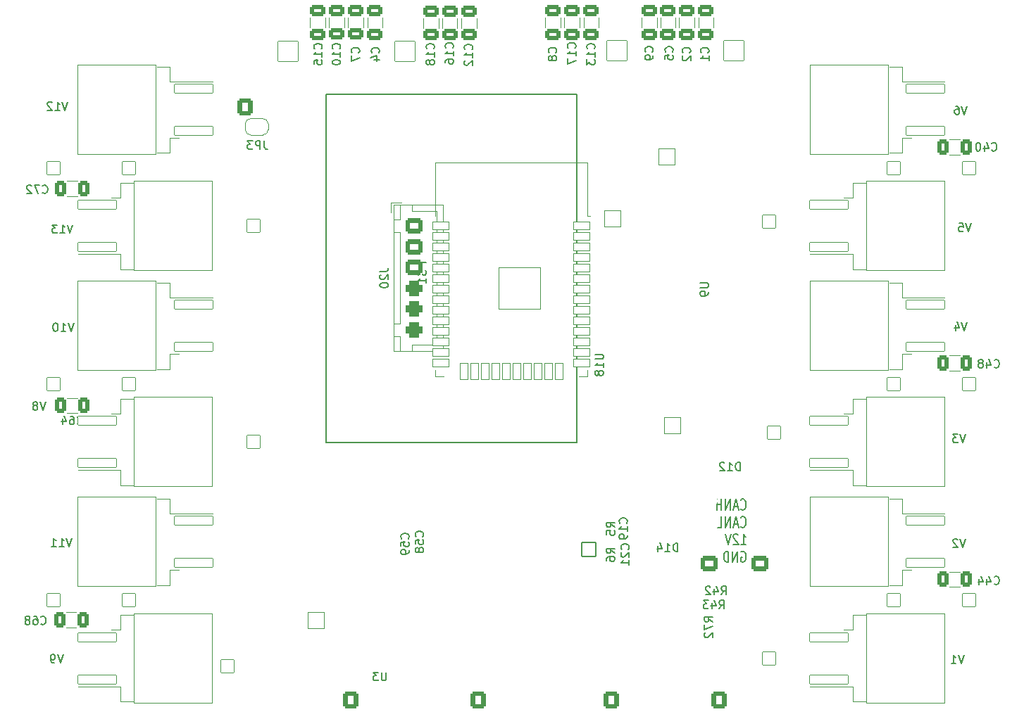
<source format=gbr>
%TF.GenerationSoftware,KiCad,Pcbnew,9.0.3*%
%TF.CreationDate,2025-08-09T21:22:20+02:00*%
%TF.ProjectId,Bobbycontroller,426f6262-7963-46f6-9e74-726f6c6c6572,rev?*%
%TF.SameCoordinates,Original*%
%TF.FileFunction,Legend,Bot*%
%TF.FilePolarity,Positive*%
%FSLAX46Y46*%
G04 Gerber Fmt 4.6, Leading zero omitted, Abs format (unit mm)*
G04 Created by KiCad (PCBNEW 9.0.3) date 2025-08-09 21:22:20*
%MOMM*%
%LPD*%
G01*
G04 APERTURE LIST*
G04 Aperture macros list*
%AMRoundRect*
0 Rectangle with rounded corners*
0 $1 Rounding radius*
0 $2 $3 $4 $5 $6 $7 $8 $9 X,Y pos of 4 corners*
0 Add a 4 corners polygon primitive as box body*
4,1,4,$2,$3,$4,$5,$6,$7,$8,$9,$2,$3,0*
0 Add four circle primitives for the rounded corners*
1,1,$1+$1,$2,$3*
1,1,$1+$1,$4,$5*
1,1,$1+$1,$6,$7*
1,1,$1+$1,$8,$9*
0 Add four rect primitives between the rounded corners*
20,1,$1+$1,$2,$3,$4,$5,0*
20,1,$1+$1,$4,$5,$6,$7,0*
20,1,$1+$1,$6,$7,$8,$9,0*
20,1,$1+$1,$8,$9,$2,$3,0*%
%AMFreePoly0*
4,1,39,0.535355,0.785355,0.550000,0.750000,0.550000,-0.750000,0.535355,-0.785355,0.500000,-0.800000,0.000000,-0.800000,-0.010328,-0.795722,-0.065263,-0.795722,-0.078204,-0.794018,-0.204283,-0.760236,-0.216342,-0.755241,-0.329381,-0.689978,-0.339736,-0.682032,-0.432032,-0.589736,-0.439978,-0.579381,-0.505241,-0.466342,-0.510236,-0.454283,-0.544018,-0.328204,-0.545722,-0.315263,-0.545722,-0.260327,
-0.550000,-0.250000,-0.550000,0.250000,-0.545722,0.260327,-0.545722,0.315263,-0.544018,0.328204,-0.510236,0.454283,-0.505241,0.466342,-0.439978,0.579381,-0.432032,0.589736,-0.339736,0.682032,-0.329381,0.689978,-0.216342,0.755241,-0.204283,0.760236,-0.078204,0.794018,-0.065263,0.795722,-0.010328,0.795722,0.000000,0.800000,0.500000,0.800000,0.535355,0.785355,0.535355,0.785355,
$1*%
%AMFreePoly1*
4,1,39,0.010328,0.795722,0.065263,0.795722,0.078204,0.794018,0.204283,0.760236,0.216342,0.755241,0.329381,0.689978,0.339736,0.682032,0.432032,0.589736,0.439978,0.579381,0.505241,0.466342,0.510236,0.454283,0.544018,0.328204,0.545722,0.315263,0.545722,0.260327,0.550000,0.250000,0.550000,-0.250000,0.545722,-0.260327,0.545722,-0.315263,0.544018,-0.328204,0.510236,-0.454283,
0.505241,-0.466342,0.439978,-0.579381,0.432032,-0.589736,0.339736,-0.682032,0.329381,-0.689978,0.216342,-0.755241,0.204283,-0.760236,0.078204,-0.794018,0.065263,-0.795722,0.010328,-0.795722,0.000000,-0.800000,-0.500000,-0.800000,-0.535355,-0.785355,-0.550000,-0.750000,-0.550000,0.750000,-0.535355,0.785355,-0.500000,0.800000,0.000000,0.800000,0.010328,0.795722,0.010328,0.795722,
$1*%
G04 Aperture macros list end*
%ADD10C,0.150000*%
%ADD11C,0.120000*%
%ADD12RoundRect,0.050000X-0.800000X0.800000X-0.800000X-0.800000X0.800000X-0.800000X0.800000X0.800000X0*%
%ADD13C,1.700000*%
%ADD14RoundRect,0.050000X0.800000X0.800000X-0.800000X0.800000X-0.800000X-0.800000X0.800000X-0.800000X0*%
%ADD15RoundRect,0.050000X-0.800000X-0.800000X0.800000X-0.800000X0.800000X0.800000X-0.800000X0.800000X0*%
%ADD16RoundRect,0.050000X-1.000000X-1.000000X1.000000X-1.000000X1.000000X1.000000X-1.000000X1.000000X0*%
%ADD17C,2.100000*%
%ADD18RoundRect,0.050000X1.200000X-1.200000X1.200000X1.200000X-1.200000X1.200000X-1.200000X-1.200000X0*%
%ADD19C,2.500000*%
%ADD20C,4.100000*%
%ADD21RoundRect,0.264706X0.635294X0.760294X-0.635294X0.760294X-0.635294X-0.760294X0.635294X-0.760294X0*%
%ADD22O,1.800000X2.050000*%
%ADD23RoundRect,0.050000X0.850000X0.850000X-0.850000X0.850000X-0.850000X-0.850000X0.850000X-0.850000X0*%
%ADD24O,1.800000X1.800000*%
%ADD25RoundRect,0.050000X1.000000X-1.000000X1.000000X1.000000X-1.000000X1.000000X-1.000000X-1.000000X0*%
%ADD26C,5.500000*%
%ADD27C,1.000000*%
%ADD28C,2.700000*%
%ADD29RoundRect,0.264706X-0.635294X-0.785294X0.635294X-0.785294X0.635294X0.785294X-0.635294X0.785294X0*%
%ADD30O,1.800000X2.100000*%
%ADD31RoundRect,0.264706X0.760294X-0.635294X0.760294X0.635294X-0.760294X0.635294X-0.760294X-0.635294X0*%
%ADD32O,2.050000X1.800000*%
%ADD33RoundRect,0.050000X2.300000X0.550000X-2.300000X0.550000X-2.300000X-0.550000X2.300000X-0.550000X0*%
%ADD34RoundRect,0.050000X4.700000X5.400000X-4.700000X5.400000X-4.700000X-5.400000X4.700000X-5.400000X0*%
%ADD35RoundRect,0.050000X-2.300000X-0.550000X2.300000X-0.550000X2.300000X0.550000X-2.300000X0.550000X0*%
%ADD36RoundRect,0.050000X-4.700000X-5.400000X4.700000X-5.400000X4.700000X5.400000X-4.700000X5.400000X0*%
%ADD37RoundRect,0.270000X0.405000X0.655000X-0.405000X0.655000X-0.405000X-0.655000X0.405000X-0.655000X0*%
%ADD38RoundRect,0.270000X-0.405000X-0.655000X0.405000X-0.655000X0.405000X0.655000X-0.405000X0.655000X0*%
%ADD39RoundRect,0.270000X0.655000X-0.405000X0.655000X0.405000X-0.655000X0.405000X-0.655000X-0.405000X0*%
%ADD40RoundRect,0.050000X1.000000X0.450000X-1.000000X0.450000X-1.000000X-0.450000X1.000000X-0.450000X0*%
%ADD41RoundRect,0.050000X0.450000X-1.000000X0.450000X1.000000X-0.450000X1.000000X-0.450000X-1.000000X0*%
%ADD42RoundRect,0.050000X2.500000X2.500000X-2.500000X2.500000X-2.500000X-2.500000X2.500000X-2.500000X0*%
%ADD43RoundRect,0.264706X-0.760294X0.635294X-0.760294X-0.635294X0.760294X-0.635294X0.760294X0.635294X0*%
%ADD44RoundRect,0.450000X-0.575000X0.450000X-0.575000X-0.450000X0.575000X-0.450000X0.575000X0.450000X0*%
%ADD45FreePoly0,180.000000*%
%ADD46FreePoly1,180.000000*%
G04 APERTURE END LIST*
D10*
X97591792Y-75033941D02*
X97639411Y-75095846D01*
X97639411Y-75095846D02*
X97782268Y-75157750D01*
X97782268Y-75157750D02*
X97877506Y-75157750D01*
X97877506Y-75157750D02*
X98020363Y-75095846D01*
X98020363Y-75095846D02*
X98115601Y-74972036D01*
X98115601Y-74972036D02*
X98163220Y-74848226D01*
X98163220Y-74848226D02*
X98210839Y-74600607D01*
X98210839Y-74600607D02*
X98210839Y-74414893D01*
X98210839Y-74414893D02*
X98163220Y-74167274D01*
X98163220Y-74167274D02*
X98115601Y-74043465D01*
X98115601Y-74043465D02*
X98020363Y-73919655D01*
X98020363Y-73919655D02*
X97877506Y-73857750D01*
X97877506Y-73857750D02*
X97782268Y-73857750D01*
X97782268Y-73857750D02*
X97639411Y-73919655D01*
X97639411Y-73919655D02*
X97591792Y-73981560D01*
X97210839Y-74786322D02*
X96734649Y-74786322D01*
X97306077Y-75157750D02*
X96972744Y-73857750D01*
X96972744Y-73857750D02*
X96639411Y-75157750D01*
X96306077Y-75157750D02*
X96306077Y-73857750D01*
X96306077Y-73857750D02*
X95734649Y-75157750D01*
X95734649Y-75157750D02*
X95734649Y-73857750D01*
X95258458Y-75157750D02*
X95258458Y-73857750D01*
X95258458Y-74476798D02*
X94687030Y-74476798D01*
X94687030Y-75157750D02*
X94687030Y-73857750D01*
X97591792Y-77126868D02*
X97639411Y-77188773D01*
X97639411Y-77188773D02*
X97782268Y-77250677D01*
X97782268Y-77250677D02*
X97877506Y-77250677D01*
X97877506Y-77250677D02*
X98020363Y-77188773D01*
X98020363Y-77188773D02*
X98115601Y-77064963D01*
X98115601Y-77064963D02*
X98163220Y-76941153D01*
X98163220Y-76941153D02*
X98210839Y-76693534D01*
X98210839Y-76693534D02*
X98210839Y-76507820D01*
X98210839Y-76507820D02*
X98163220Y-76260201D01*
X98163220Y-76260201D02*
X98115601Y-76136392D01*
X98115601Y-76136392D02*
X98020363Y-76012582D01*
X98020363Y-76012582D02*
X97877506Y-75950677D01*
X97877506Y-75950677D02*
X97782268Y-75950677D01*
X97782268Y-75950677D02*
X97639411Y-76012582D01*
X97639411Y-76012582D02*
X97591792Y-76074487D01*
X97210839Y-76879249D02*
X96734649Y-76879249D01*
X97306077Y-77250677D02*
X96972744Y-75950677D01*
X96972744Y-75950677D02*
X96639411Y-77250677D01*
X96306077Y-77250677D02*
X96306077Y-75950677D01*
X96306077Y-75950677D02*
X95734649Y-77250677D01*
X95734649Y-77250677D02*
X95734649Y-75950677D01*
X94782268Y-77250677D02*
X95258458Y-77250677D01*
X95258458Y-77250677D02*
X95258458Y-75950677D01*
X97639411Y-79343604D02*
X98210839Y-79343604D01*
X97925125Y-79343604D02*
X97925125Y-78043604D01*
X97925125Y-78043604D02*
X98020363Y-78229319D01*
X98020363Y-78229319D02*
X98115601Y-78353128D01*
X98115601Y-78353128D02*
X98210839Y-78415033D01*
X97258458Y-78167414D02*
X97210839Y-78105509D01*
X97210839Y-78105509D02*
X97115601Y-78043604D01*
X97115601Y-78043604D02*
X96877506Y-78043604D01*
X96877506Y-78043604D02*
X96782268Y-78105509D01*
X96782268Y-78105509D02*
X96734649Y-78167414D01*
X96734649Y-78167414D02*
X96687030Y-78291223D01*
X96687030Y-78291223D02*
X96687030Y-78415033D01*
X96687030Y-78415033D02*
X96734649Y-78600747D01*
X96734649Y-78600747D02*
X97306077Y-79343604D01*
X97306077Y-79343604D02*
X96687030Y-79343604D01*
X96401315Y-78043604D02*
X96067982Y-79343604D01*
X96067982Y-79343604D02*
X95734649Y-78043604D01*
X97639411Y-80198436D02*
X97734649Y-80136531D01*
X97734649Y-80136531D02*
X97877506Y-80136531D01*
X97877506Y-80136531D02*
X98020363Y-80198436D01*
X98020363Y-80198436D02*
X98115601Y-80322246D01*
X98115601Y-80322246D02*
X98163220Y-80446055D01*
X98163220Y-80446055D02*
X98210839Y-80693674D01*
X98210839Y-80693674D02*
X98210839Y-80879388D01*
X98210839Y-80879388D02*
X98163220Y-81127007D01*
X98163220Y-81127007D02*
X98115601Y-81250817D01*
X98115601Y-81250817D02*
X98020363Y-81374627D01*
X98020363Y-81374627D02*
X97877506Y-81436531D01*
X97877506Y-81436531D02*
X97782268Y-81436531D01*
X97782268Y-81436531D02*
X97639411Y-81374627D01*
X97639411Y-81374627D02*
X97591792Y-81312722D01*
X97591792Y-81312722D02*
X97591792Y-80879388D01*
X97591792Y-80879388D02*
X97782268Y-80879388D01*
X97163220Y-81436531D02*
X97163220Y-80136531D01*
X97163220Y-80136531D02*
X96591792Y-81436531D01*
X96591792Y-81436531D02*
X96591792Y-80136531D01*
X96115601Y-81436531D02*
X96115601Y-80136531D01*
X96115601Y-80136531D02*
X95877506Y-80136531D01*
X95877506Y-80136531D02*
X95734649Y-80198436D01*
X95734649Y-80198436D02*
X95639411Y-80322246D01*
X95639411Y-80322246D02*
X95591792Y-80446055D01*
X95591792Y-80446055D02*
X95544173Y-80693674D01*
X95544173Y-80693674D02*
X95544173Y-80879388D01*
X95544173Y-80879388D02*
X95591792Y-81127007D01*
X95591792Y-81127007D02*
X95639411Y-81250817D01*
X95639411Y-81250817D02*
X95734649Y-81374627D01*
X95734649Y-81374627D02*
X95877506Y-81436531D01*
X95877506Y-81436531D02*
X96115601Y-81436531D01*
X92704819Y-47838095D02*
X93514342Y-47838095D01*
X93514342Y-47838095D02*
X93609580Y-47885714D01*
X93609580Y-47885714D02*
X93657200Y-47933333D01*
X93657200Y-47933333D02*
X93704819Y-48028571D01*
X93704819Y-48028571D02*
X93704819Y-48219047D01*
X93704819Y-48219047D02*
X93657200Y-48314285D01*
X93657200Y-48314285D02*
X93609580Y-48361904D01*
X93609580Y-48361904D02*
X93514342Y-48409523D01*
X93514342Y-48409523D02*
X92704819Y-48409523D01*
X93704819Y-48933333D02*
X93704819Y-49123809D01*
X93704819Y-49123809D02*
X93657200Y-49219047D01*
X93657200Y-49219047D02*
X93609580Y-49266666D01*
X93609580Y-49266666D02*
X93466723Y-49361904D01*
X93466723Y-49361904D02*
X93276247Y-49409523D01*
X93276247Y-49409523D02*
X92895295Y-49409523D01*
X92895295Y-49409523D02*
X92800057Y-49361904D01*
X92800057Y-49361904D02*
X92752438Y-49314285D01*
X92752438Y-49314285D02*
X92704819Y-49219047D01*
X92704819Y-49219047D02*
X92704819Y-49028571D01*
X92704819Y-49028571D02*
X92752438Y-48933333D01*
X92752438Y-48933333D02*
X92800057Y-48885714D01*
X92800057Y-48885714D02*
X92895295Y-48838095D01*
X92895295Y-48838095D02*
X93133390Y-48838095D01*
X93133390Y-48838095D02*
X93228628Y-48885714D01*
X93228628Y-48885714D02*
X93276247Y-48933333D01*
X93276247Y-48933333D02*
X93323866Y-49028571D01*
X93323866Y-49028571D02*
X93323866Y-49219047D01*
X93323866Y-49219047D02*
X93276247Y-49314285D01*
X93276247Y-49314285D02*
X93228628Y-49361904D01*
X93228628Y-49361904D02*
X93133390Y-49409523D01*
X59359580Y-78357142D02*
X59407200Y-78309523D01*
X59407200Y-78309523D02*
X59454819Y-78166666D01*
X59454819Y-78166666D02*
X59454819Y-78071428D01*
X59454819Y-78071428D02*
X59407200Y-77928571D01*
X59407200Y-77928571D02*
X59311961Y-77833333D01*
X59311961Y-77833333D02*
X59216723Y-77785714D01*
X59216723Y-77785714D02*
X59026247Y-77738095D01*
X59026247Y-77738095D02*
X58883390Y-77738095D01*
X58883390Y-77738095D02*
X58692914Y-77785714D01*
X58692914Y-77785714D02*
X58597676Y-77833333D01*
X58597676Y-77833333D02*
X58502438Y-77928571D01*
X58502438Y-77928571D02*
X58454819Y-78071428D01*
X58454819Y-78071428D02*
X58454819Y-78166666D01*
X58454819Y-78166666D02*
X58502438Y-78309523D01*
X58502438Y-78309523D02*
X58550057Y-78357142D01*
X58454819Y-79261904D02*
X58454819Y-78785714D01*
X58454819Y-78785714D02*
X58931009Y-78738095D01*
X58931009Y-78738095D02*
X58883390Y-78785714D01*
X58883390Y-78785714D02*
X58835771Y-78880952D01*
X58835771Y-78880952D02*
X58835771Y-79119047D01*
X58835771Y-79119047D02*
X58883390Y-79214285D01*
X58883390Y-79214285D02*
X58931009Y-79261904D01*
X58931009Y-79261904D02*
X59026247Y-79309523D01*
X59026247Y-79309523D02*
X59264342Y-79309523D01*
X59264342Y-79309523D02*
X59359580Y-79261904D01*
X59359580Y-79261904D02*
X59407200Y-79214285D01*
X59407200Y-79214285D02*
X59454819Y-79119047D01*
X59454819Y-79119047D02*
X59454819Y-78880952D01*
X59454819Y-78880952D02*
X59407200Y-78785714D01*
X59407200Y-78785714D02*
X59359580Y-78738095D01*
X58883390Y-79880952D02*
X58835771Y-79785714D01*
X58835771Y-79785714D02*
X58788152Y-79738095D01*
X58788152Y-79738095D02*
X58692914Y-79690476D01*
X58692914Y-79690476D02*
X58645295Y-79690476D01*
X58645295Y-79690476D02*
X58550057Y-79738095D01*
X58550057Y-79738095D02*
X58502438Y-79785714D01*
X58502438Y-79785714D02*
X58454819Y-79880952D01*
X58454819Y-79880952D02*
X58454819Y-80071428D01*
X58454819Y-80071428D02*
X58502438Y-80166666D01*
X58502438Y-80166666D02*
X58550057Y-80214285D01*
X58550057Y-80214285D02*
X58645295Y-80261904D01*
X58645295Y-80261904D02*
X58692914Y-80261904D01*
X58692914Y-80261904D02*
X58788152Y-80214285D01*
X58788152Y-80214285D02*
X58835771Y-80166666D01*
X58835771Y-80166666D02*
X58883390Y-80071428D01*
X58883390Y-80071428D02*
X58883390Y-79880952D01*
X58883390Y-79880952D02*
X58931009Y-79785714D01*
X58931009Y-79785714D02*
X58978628Y-79738095D01*
X58978628Y-79738095D02*
X59073866Y-79690476D01*
X59073866Y-79690476D02*
X59264342Y-79690476D01*
X59264342Y-79690476D02*
X59359580Y-79738095D01*
X59359580Y-79738095D02*
X59407200Y-79785714D01*
X59407200Y-79785714D02*
X59454819Y-79880952D01*
X59454819Y-79880952D02*
X59454819Y-80071428D01*
X59454819Y-80071428D02*
X59407200Y-80166666D01*
X59407200Y-80166666D02*
X59359580Y-80214285D01*
X59359580Y-80214285D02*
X59264342Y-80261904D01*
X59264342Y-80261904D02*
X59073866Y-80261904D01*
X59073866Y-80261904D02*
X58978628Y-80214285D01*
X58978628Y-80214285D02*
X58931009Y-80166666D01*
X58931009Y-80166666D02*
X58883390Y-80071428D01*
X57609580Y-78607142D02*
X57657200Y-78559523D01*
X57657200Y-78559523D02*
X57704819Y-78416666D01*
X57704819Y-78416666D02*
X57704819Y-78321428D01*
X57704819Y-78321428D02*
X57657200Y-78178571D01*
X57657200Y-78178571D02*
X57561961Y-78083333D01*
X57561961Y-78083333D02*
X57466723Y-78035714D01*
X57466723Y-78035714D02*
X57276247Y-77988095D01*
X57276247Y-77988095D02*
X57133390Y-77988095D01*
X57133390Y-77988095D02*
X56942914Y-78035714D01*
X56942914Y-78035714D02*
X56847676Y-78083333D01*
X56847676Y-78083333D02*
X56752438Y-78178571D01*
X56752438Y-78178571D02*
X56704819Y-78321428D01*
X56704819Y-78321428D02*
X56704819Y-78416666D01*
X56704819Y-78416666D02*
X56752438Y-78559523D01*
X56752438Y-78559523D02*
X56800057Y-78607142D01*
X56704819Y-79511904D02*
X56704819Y-79035714D01*
X56704819Y-79035714D02*
X57181009Y-78988095D01*
X57181009Y-78988095D02*
X57133390Y-79035714D01*
X57133390Y-79035714D02*
X57085771Y-79130952D01*
X57085771Y-79130952D02*
X57085771Y-79369047D01*
X57085771Y-79369047D02*
X57133390Y-79464285D01*
X57133390Y-79464285D02*
X57181009Y-79511904D01*
X57181009Y-79511904D02*
X57276247Y-79559523D01*
X57276247Y-79559523D02*
X57514342Y-79559523D01*
X57514342Y-79559523D02*
X57609580Y-79511904D01*
X57609580Y-79511904D02*
X57657200Y-79464285D01*
X57657200Y-79464285D02*
X57704819Y-79369047D01*
X57704819Y-79369047D02*
X57704819Y-79130952D01*
X57704819Y-79130952D02*
X57657200Y-79035714D01*
X57657200Y-79035714D02*
X57609580Y-78988095D01*
X57704819Y-80035714D02*
X57704819Y-80226190D01*
X57704819Y-80226190D02*
X57657200Y-80321428D01*
X57657200Y-80321428D02*
X57609580Y-80369047D01*
X57609580Y-80369047D02*
X57466723Y-80464285D01*
X57466723Y-80464285D02*
X57276247Y-80511904D01*
X57276247Y-80511904D02*
X56895295Y-80511904D01*
X56895295Y-80511904D02*
X56800057Y-80464285D01*
X56800057Y-80464285D02*
X56752438Y-80416666D01*
X56752438Y-80416666D02*
X56704819Y-80321428D01*
X56704819Y-80321428D02*
X56704819Y-80130952D01*
X56704819Y-80130952D02*
X56752438Y-80035714D01*
X56752438Y-80035714D02*
X56800057Y-79988095D01*
X56800057Y-79988095D02*
X56895295Y-79940476D01*
X56895295Y-79940476D02*
X57133390Y-79940476D01*
X57133390Y-79940476D02*
X57228628Y-79988095D01*
X57228628Y-79988095D02*
X57276247Y-80035714D01*
X57276247Y-80035714D02*
X57323866Y-80130952D01*
X57323866Y-80130952D02*
X57323866Y-80321428D01*
X57323866Y-80321428D02*
X57276247Y-80416666D01*
X57276247Y-80416666D02*
X57228628Y-80464285D01*
X57228628Y-80464285D02*
X57133390Y-80511904D01*
X83859580Y-76757142D02*
X83907200Y-76709523D01*
X83907200Y-76709523D02*
X83954819Y-76566666D01*
X83954819Y-76566666D02*
X83954819Y-76471428D01*
X83954819Y-76471428D02*
X83907200Y-76328571D01*
X83907200Y-76328571D02*
X83811961Y-76233333D01*
X83811961Y-76233333D02*
X83716723Y-76185714D01*
X83716723Y-76185714D02*
X83526247Y-76138095D01*
X83526247Y-76138095D02*
X83383390Y-76138095D01*
X83383390Y-76138095D02*
X83192914Y-76185714D01*
X83192914Y-76185714D02*
X83097676Y-76233333D01*
X83097676Y-76233333D02*
X83002438Y-76328571D01*
X83002438Y-76328571D02*
X82954819Y-76471428D01*
X82954819Y-76471428D02*
X82954819Y-76566666D01*
X82954819Y-76566666D02*
X83002438Y-76709523D01*
X83002438Y-76709523D02*
X83050057Y-76757142D01*
X83954819Y-77709523D02*
X83954819Y-77138095D01*
X83954819Y-77423809D02*
X82954819Y-77423809D01*
X82954819Y-77423809D02*
X83097676Y-77328571D01*
X83097676Y-77328571D02*
X83192914Y-77233333D01*
X83192914Y-77233333D02*
X83240533Y-77138095D01*
X83954819Y-78185714D02*
X83954819Y-78376190D01*
X83954819Y-78376190D02*
X83907200Y-78471428D01*
X83907200Y-78471428D02*
X83859580Y-78519047D01*
X83859580Y-78519047D02*
X83716723Y-78614285D01*
X83716723Y-78614285D02*
X83526247Y-78661904D01*
X83526247Y-78661904D02*
X83145295Y-78661904D01*
X83145295Y-78661904D02*
X83050057Y-78614285D01*
X83050057Y-78614285D02*
X83002438Y-78566666D01*
X83002438Y-78566666D02*
X82954819Y-78471428D01*
X82954819Y-78471428D02*
X82954819Y-78280952D01*
X82954819Y-78280952D02*
X83002438Y-78185714D01*
X83002438Y-78185714D02*
X83050057Y-78138095D01*
X83050057Y-78138095D02*
X83145295Y-78090476D01*
X83145295Y-78090476D02*
X83383390Y-78090476D01*
X83383390Y-78090476D02*
X83478628Y-78138095D01*
X83478628Y-78138095D02*
X83526247Y-78185714D01*
X83526247Y-78185714D02*
X83573866Y-78280952D01*
X83573866Y-78280952D02*
X83573866Y-78471428D01*
X83573866Y-78471428D02*
X83526247Y-78566666D01*
X83526247Y-78566666D02*
X83478628Y-78614285D01*
X83478628Y-78614285D02*
X83383390Y-78661904D01*
X84079580Y-79887142D02*
X84127200Y-79839523D01*
X84127200Y-79839523D02*
X84174819Y-79696666D01*
X84174819Y-79696666D02*
X84174819Y-79601428D01*
X84174819Y-79601428D02*
X84127200Y-79458571D01*
X84127200Y-79458571D02*
X84031961Y-79363333D01*
X84031961Y-79363333D02*
X83936723Y-79315714D01*
X83936723Y-79315714D02*
X83746247Y-79268095D01*
X83746247Y-79268095D02*
X83603390Y-79268095D01*
X83603390Y-79268095D02*
X83412914Y-79315714D01*
X83412914Y-79315714D02*
X83317676Y-79363333D01*
X83317676Y-79363333D02*
X83222438Y-79458571D01*
X83222438Y-79458571D02*
X83174819Y-79601428D01*
X83174819Y-79601428D02*
X83174819Y-79696666D01*
X83174819Y-79696666D02*
X83222438Y-79839523D01*
X83222438Y-79839523D02*
X83270057Y-79887142D01*
X83270057Y-80268095D02*
X83222438Y-80315714D01*
X83222438Y-80315714D02*
X83174819Y-80410952D01*
X83174819Y-80410952D02*
X83174819Y-80649047D01*
X83174819Y-80649047D02*
X83222438Y-80744285D01*
X83222438Y-80744285D02*
X83270057Y-80791904D01*
X83270057Y-80791904D02*
X83365295Y-80839523D01*
X83365295Y-80839523D02*
X83460533Y-80839523D01*
X83460533Y-80839523D02*
X83603390Y-80791904D01*
X83603390Y-80791904D02*
X84174819Y-80220476D01*
X84174819Y-80220476D02*
X84174819Y-80839523D01*
X84174819Y-81791904D02*
X84174819Y-81220476D01*
X84174819Y-81506190D02*
X83174819Y-81506190D01*
X83174819Y-81506190D02*
X83317676Y-81410952D01*
X83317676Y-81410952D02*
X83412914Y-81315714D01*
X83412914Y-81315714D02*
X83460533Y-81220476D01*
X82454819Y-77233333D02*
X81978628Y-76900000D01*
X82454819Y-76661905D02*
X81454819Y-76661905D01*
X81454819Y-76661905D02*
X81454819Y-77042857D01*
X81454819Y-77042857D02*
X81502438Y-77138095D01*
X81502438Y-77138095D02*
X81550057Y-77185714D01*
X81550057Y-77185714D02*
X81645295Y-77233333D01*
X81645295Y-77233333D02*
X81788152Y-77233333D01*
X81788152Y-77233333D02*
X81883390Y-77185714D01*
X81883390Y-77185714D02*
X81931009Y-77138095D01*
X81931009Y-77138095D02*
X81978628Y-77042857D01*
X81978628Y-77042857D02*
X81978628Y-76661905D01*
X81454819Y-78138095D02*
X81454819Y-77661905D01*
X81454819Y-77661905D02*
X81931009Y-77614286D01*
X81931009Y-77614286D02*
X81883390Y-77661905D01*
X81883390Y-77661905D02*
X81835771Y-77757143D01*
X81835771Y-77757143D02*
X81835771Y-77995238D01*
X81835771Y-77995238D02*
X81883390Y-78090476D01*
X81883390Y-78090476D02*
X81931009Y-78138095D01*
X81931009Y-78138095D02*
X82026247Y-78185714D01*
X82026247Y-78185714D02*
X82264342Y-78185714D01*
X82264342Y-78185714D02*
X82359580Y-78138095D01*
X82359580Y-78138095D02*
X82407200Y-78090476D01*
X82407200Y-78090476D02*
X82454819Y-77995238D01*
X82454819Y-77995238D02*
X82454819Y-77757143D01*
X82454819Y-77757143D02*
X82407200Y-77661905D01*
X82407200Y-77661905D02*
X82359580Y-77614286D01*
X82434819Y-80373333D02*
X81958628Y-80040000D01*
X82434819Y-79801905D02*
X81434819Y-79801905D01*
X81434819Y-79801905D02*
X81434819Y-80182857D01*
X81434819Y-80182857D02*
X81482438Y-80278095D01*
X81482438Y-80278095D02*
X81530057Y-80325714D01*
X81530057Y-80325714D02*
X81625295Y-80373333D01*
X81625295Y-80373333D02*
X81768152Y-80373333D01*
X81768152Y-80373333D02*
X81863390Y-80325714D01*
X81863390Y-80325714D02*
X81911009Y-80278095D01*
X81911009Y-80278095D02*
X81958628Y-80182857D01*
X81958628Y-80182857D02*
X81958628Y-79801905D01*
X81434819Y-81230476D02*
X81434819Y-81040000D01*
X81434819Y-81040000D02*
X81482438Y-80944762D01*
X81482438Y-80944762D02*
X81530057Y-80897143D01*
X81530057Y-80897143D02*
X81672914Y-80801905D01*
X81672914Y-80801905D02*
X81863390Y-80754286D01*
X81863390Y-80754286D02*
X82244342Y-80754286D01*
X82244342Y-80754286D02*
X82339580Y-80801905D01*
X82339580Y-80801905D02*
X82387200Y-80849524D01*
X82387200Y-80849524D02*
X82434819Y-80944762D01*
X82434819Y-80944762D02*
X82434819Y-81135238D01*
X82434819Y-81135238D02*
X82387200Y-81230476D01*
X82387200Y-81230476D02*
X82339580Y-81278095D01*
X82339580Y-81278095D02*
X82244342Y-81325714D01*
X82244342Y-81325714D02*
X82006247Y-81325714D01*
X82006247Y-81325714D02*
X81911009Y-81278095D01*
X81911009Y-81278095D02*
X81863390Y-81230476D01*
X81863390Y-81230476D02*
X81815771Y-81135238D01*
X81815771Y-81135238D02*
X81815771Y-80944762D01*
X81815771Y-80944762D02*
X81863390Y-80849524D01*
X81863390Y-80849524D02*
X81911009Y-80801905D01*
X81911009Y-80801905D02*
X82006247Y-80754286D01*
X90014285Y-80154819D02*
X90014285Y-79154819D01*
X90014285Y-79154819D02*
X89776190Y-79154819D01*
X89776190Y-79154819D02*
X89633333Y-79202438D01*
X89633333Y-79202438D02*
X89538095Y-79297676D01*
X89538095Y-79297676D02*
X89490476Y-79392914D01*
X89490476Y-79392914D02*
X89442857Y-79583390D01*
X89442857Y-79583390D02*
X89442857Y-79726247D01*
X89442857Y-79726247D02*
X89490476Y-79916723D01*
X89490476Y-79916723D02*
X89538095Y-80011961D01*
X89538095Y-80011961D02*
X89633333Y-80107200D01*
X89633333Y-80107200D02*
X89776190Y-80154819D01*
X89776190Y-80154819D02*
X90014285Y-80154819D01*
X88490476Y-80154819D02*
X89061904Y-80154819D01*
X88776190Y-80154819D02*
X88776190Y-79154819D01*
X88776190Y-79154819D02*
X88871428Y-79297676D01*
X88871428Y-79297676D02*
X88966666Y-79392914D01*
X88966666Y-79392914D02*
X89061904Y-79440533D01*
X87633333Y-79488152D02*
X87633333Y-80154819D01*
X87871428Y-79107200D02*
X88109523Y-79821485D01*
X88109523Y-79821485D02*
X87490476Y-79821485D01*
X94992857Y-87054819D02*
X95326190Y-86578628D01*
X95564285Y-87054819D02*
X95564285Y-86054819D01*
X95564285Y-86054819D02*
X95183333Y-86054819D01*
X95183333Y-86054819D02*
X95088095Y-86102438D01*
X95088095Y-86102438D02*
X95040476Y-86150057D01*
X95040476Y-86150057D02*
X94992857Y-86245295D01*
X94992857Y-86245295D02*
X94992857Y-86388152D01*
X94992857Y-86388152D02*
X95040476Y-86483390D01*
X95040476Y-86483390D02*
X95088095Y-86531009D01*
X95088095Y-86531009D02*
X95183333Y-86578628D01*
X95183333Y-86578628D02*
X95564285Y-86578628D01*
X94135714Y-86388152D02*
X94135714Y-87054819D01*
X94373809Y-86007200D02*
X94611904Y-86721485D01*
X94611904Y-86721485D02*
X93992857Y-86721485D01*
X93707142Y-86054819D02*
X93088095Y-86054819D01*
X93088095Y-86054819D02*
X93421428Y-86435771D01*
X93421428Y-86435771D02*
X93278571Y-86435771D01*
X93278571Y-86435771D02*
X93183333Y-86483390D01*
X93183333Y-86483390D02*
X93135714Y-86531009D01*
X93135714Y-86531009D02*
X93088095Y-86626247D01*
X93088095Y-86626247D02*
X93088095Y-86864342D01*
X93088095Y-86864342D02*
X93135714Y-86959580D01*
X93135714Y-86959580D02*
X93183333Y-87007200D01*
X93183333Y-87007200D02*
X93278571Y-87054819D01*
X93278571Y-87054819D02*
X93564285Y-87054819D01*
X93564285Y-87054819D02*
X93659523Y-87007200D01*
X93659523Y-87007200D02*
X93707142Y-86959580D01*
X95242857Y-85354819D02*
X95576190Y-84878628D01*
X95814285Y-85354819D02*
X95814285Y-84354819D01*
X95814285Y-84354819D02*
X95433333Y-84354819D01*
X95433333Y-84354819D02*
X95338095Y-84402438D01*
X95338095Y-84402438D02*
X95290476Y-84450057D01*
X95290476Y-84450057D02*
X95242857Y-84545295D01*
X95242857Y-84545295D02*
X95242857Y-84688152D01*
X95242857Y-84688152D02*
X95290476Y-84783390D01*
X95290476Y-84783390D02*
X95338095Y-84831009D01*
X95338095Y-84831009D02*
X95433333Y-84878628D01*
X95433333Y-84878628D02*
X95814285Y-84878628D01*
X94385714Y-84688152D02*
X94385714Y-85354819D01*
X94623809Y-84307200D02*
X94861904Y-85021485D01*
X94861904Y-85021485D02*
X94242857Y-85021485D01*
X93909523Y-84450057D02*
X93861904Y-84402438D01*
X93861904Y-84402438D02*
X93766666Y-84354819D01*
X93766666Y-84354819D02*
X93528571Y-84354819D01*
X93528571Y-84354819D02*
X93433333Y-84402438D01*
X93433333Y-84402438D02*
X93385714Y-84450057D01*
X93385714Y-84450057D02*
X93338095Y-84545295D01*
X93338095Y-84545295D02*
X93338095Y-84640533D01*
X93338095Y-84640533D02*
X93385714Y-84783390D01*
X93385714Y-84783390D02*
X93957142Y-85354819D01*
X93957142Y-85354819D02*
X93338095Y-85354819D01*
X54961904Y-94704819D02*
X54961904Y-95514342D01*
X54961904Y-95514342D02*
X54914285Y-95609580D01*
X54914285Y-95609580D02*
X54866666Y-95657200D01*
X54866666Y-95657200D02*
X54771428Y-95704819D01*
X54771428Y-95704819D02*
X54580952Y-95704819D01*
X54580952Y-95704819D02*
X54485714Y-95657200D01*
X54485714Y-95657200D02*
X54438095Y-95609580D01*
X54438095Y-95609580D02*
X54390476Y-95514342D01*
X54390476Y-95514342D02*
X54390476Y-94704819D01*
X54009523Y-94704819D02*
X53390476Y-94704819D01*
X53390476Y-94704819D02*
X53723809Y-95085771D01*
X53723809Y-95085771D02*
X53580952Y-95085771D01*
X53580952Y-95085771D02*
X53485714Y-95133390D01*
X53485714Y-95133390D02*
X53438095Y-95181009D01*
X53438095Y-95181009D02*
X53390476Y-95276247D01*
X53390476Y-95276247D02*
X53390476Y-95514342D01*
X53390476Y-95514342D02*
X53438095Y-95609580D01*
X53438095Y-95609580D02*
X53485714Y-95657200D01*
X53485714Y-95657200D02*
X53580952Y-95704819D01*
X53580952Y-95704819D02*
X53866666Y-95704819D01*
X53866666Y-95704819D02*
X53961904Y-95657200D01*
X53961904Y-95657200D02*
X54009523Y-95609580D01*
X97504285Y-70434819D02*
X97504285Y-69434819D01*
X97504285Y-69434819D02*
X97266190Y-69434819D01*
X97266190Y-69434819D02*
X97123333Y-69482438D01*
X97123333Y-69482438D02*
X97028095Y-69577676D01*
X97028095Y-69577676D02*
X96980476Y-69672914D01*
X96980476Y-69672914D02*
X96932857Y-69863390D01*
X96932857Y-69863390D02*
X96932857Y-70006247D01*
X96932857Y-70006247D02*
X96980476Y-70196723D01*
X96980476Y-70196723D02*
X97028095Y-70291961D01*
X97028095Y-70291961D02*
X97123333Y-70387200D01*
X97123333Y-70387200D02*
X97266190Y-70434819D01*
X97266190Y-70434819D02*
X97504285Y-70434819D01*
X95980476Y-70434819D02*
X96551904Y-70434819D01*
X96266190Y-70434819D02*
X96266190Y-69434819D01*
X96266190Y-69434819D02*
X96361428Y-69577676D01*
X96361428Y-69577676D02*
X96456666Y-69672914D01*
X96456666Y-69672914D02*
X96551904Y-69720533D01*
X95599523Y-69530057D02*
X95551904Y-69482438D01*
X95551904Y-69482438D02*
X95456666Y-69434819D01*
X95456666Y-69434819D02*
X95218571Y-69434819D01*
X95218571Y-69434819D02*
X95123333Y-69482438D01*
X95123333Y-69482438D02*
X95075714Y-69530057D01*
X95075714Y-69530057D02*
X95028095Y-69625295D01*
X95028095Y-69625295D02*
X95028095Y-69720533D01*
X95028095Y-69720533D02*
X95075714Y-69863390D01*
X95075714Y-69863390D02*
X95647142Y-70434819D01*
X95647142Y-70434819D02*
X95028095Y-70434819D01*
X94204819Y-88607142D02*
X93728628Y-88273809D01*
X94204819Y-88035714D02*
X93204819Y-88035714D01*
X93204819Y-88035714D02*
X93204819Y-88416666D01*
X93204819Y-88416666D02*
X93252438Y-88511904D01*
X93252438Y-88511904D02*
X93300057Y-88559523D01*
X93300057Y-88559523D02*
X93395295Y-88607142D01*
X93395295Y-88607142D02*
X93538152Y-88607142D01*
X93538152Y-88607142D02*
X93633390Y-88559523D01*
X93633390Y-88559523D02*
X93681009Y-88511904D01*
X93681009Y-88511904D02*
X93728628Y-88416666D01*
X93728628Y-88416666D02*
X93728628Y-88035714D01*
X93204819Y-88940476D02*
X93204819Y-89607142D01*
X93204819Y-89607142D02*
X94204819Y-89178571D01*
X93300057Y-89940476D02*
X93252438Y-89988095D01*
X93252438Y-89988095D02*
X93204819Y-90083333D01*
X93204819Y-90083333D02*
X93204819Y-90321428D01*
X93204819Y-90321428D02*
X93252438Y-90416666D01*
X93252438Y-90416666D02*
X93300057Y-90464285D01*
X93300057Y-90464285D02*
X93395295Y-90511904D01*
X93395295Y-90511904D02*
X93490533Y-90511904D01*
X93490533Y-90511904D02*
X93633390Y-90464285D01*
X93633390Y-90464285D02*
X94204819Y-89892857D01*
X94204819Y-89892857D02*
X94204819Y-90511904D01*
X14009523Y-62154819D02*
X13676190Y-63154819D01*
X13676190Y-63154819D02*
X13342857Y-62154819D01*
X12866666Y-62583390D02*
X12961904Y-62535771D01*
X12961904Y-62535771D02*
X13009523Y-62488152D01*
X13009523Y-62488152D02*
X13057142Y-62392914D01*
X13057142Y-62392914D02*
X13057142Y-62345295D01*
X13057142Y-62345295D02*
X13009523Y-62250057D01*
X13009523Y-62250057D02*
X12961904Y-62202438D01*
X12961904Y-62202438D02*
X12866666Y-62154819D01*
X12866666Y-62154819D02*
X12676190Y-62154819D01*
X12676190Y-62154819D02*
X12580952Y-62202438D01*
X12580952Y-62202438D02*
X12533333Y-62250057D01*
X12533333Y-62250057D02*
X12485714Y-62345295D01*
X12485714Y-62345295D02*
X12485714Y-62392914D01*
X12485714Y-62392914D02*
X12533333Y-62488152D01*
X12533333Y-62488152D02*
X12580952Y-62535771D01*
X12580952Y-62535771D02*
X12676190Y-62583390D01*
X12676190Y-62583390D02*
X12866666Y-62583390D01*
X12866666Y-62583390D02*
X12961904Y-62631009D01*
X12961904Y-62631009D02*
X13009523Y-62678628D01*
X13009523Y-62678628D02*
X13057142Y-62773866D01*
X13057142Y-62773866D02*
X13057142Y-62964342D01*
X13057142Y-62964342D02*
X13009523Y-63059580D01*
X13009523Y-63059580D02*
X12961904Y-63107200D01*
X12961904Y-63107200D02*
X12866666Y-63154819D01*
X12866666Y-63154819D02*
X12676190Y-63154819D01*
X12676190Y-63154819D02*
X12580952Y-63107200D01*
X12580952Y-63107200D02*
X12533333Y-63059580D01*
X12533333Y-63059580D02*
X12485714Y-62964342D01*
X12485714Y-62964342D02*
X12485714Y-62773866D01*
X12485714Y-62773866D02*
X12533333Y-62678628D01*
X12533333Y-62678628D02*
X12580952Y-62631009D01*
X12580952Y-62631009D02*
X12676190Y-62583390D01*
X16109523Y-92554819D02*
X15776190Y-93554819D01*
X15776190Y-93554819D02*
X15442857Y-92554819D01*
X15061904Y-93554819D02*
X14871428Y-93554819D01*
X14871428Y-93554819D02*
X14776190Y-93507200D01*
X14776190Y-93507200D02*
X14728571Y-93459580D01*
X14728571Y-93459580D02*
X14633333Y-93316723D01*
X14633333Y-93316723D02*
X14585714Y-93126247D01*
X14585714Y-93126247D02*
X14585714Y-92745295D01*
X14585714Y-92745295D02*
X14633333Y-92650057D01*
X14633333Y-92650057D02*
X14680952Y-92602438D01*
X14680952Y-92602438D02*
X14776190Y-92554819D01*
X14776190Y-92554819D02*
X14966666Y-92554819D01*
X14966666Y-92554819D02*
X15061904Y-92602438D01*
X15061904Y-92602438D02*
X15109523Y-92650057D01*
X15109523Y-92650057D02*
X15157142Y-92745295D01*
X15157142Y-92745295D02*
X15157142Y-92983390D01*
X15157142Y-92983390D02*
X15109523Y-93078628D01*
X15109523Y-93078628D02*
X15061904Y-93126247D01*
X15061904Y-93126247D02*
X14966666Y-93173866D01*
X14966666Y-93173866D02*
X14776190Y-93173866D01*
X14776190Y-93173866D02*
X14680952Y-93126247D01*
X14680952Y-93126247D02*
X14633333Y-93078628D01*
X14633333Y-93078628D02*
X14585714Y-92983390D01*
X17385713Y-52654819D02*
X17052380Y-53654819D01*
X17052380Y-53654819D02*
X16719047Y-52654819D01*
X15861904Y-53654819D02*
X16433332Y-53654819D01*
X16147618Y-53654819D02*
X16147618Y-52654819D01*
X16147618Y-52654819D02*
X16242856Y-52797676D01*
X16242856Y-52797676D02*
X16338094Y-52892914D01*
X16338094Y-52892914D02*
X16433332Y-52940533D01*
X15242856Y-52654819D02*
X15147618Y-52654819D01*
X15147618Y-52654819D02*
X15052380Y-52702438D01*
X15052380Y-52702438D02*
X15004761Y-52750057D01*
X15004761Y-52750057D02*
X14957142Y-52845295D01*
X14957142Y-52845295D02*
X14909523Y-53035771D01*
X14909523Y-53035771D02*
X14909523Y-53273866D01*
X14909523Y-53273866D02*
X14957142Y-53464342D01*
X14957142Y-53464342D02*
X15004761Y-53559580D01*
X15004761Y-53559580D02*
X15052380Y-53607200D01*
X15052380Y-53607200D02*
X15147618Y-53654819D01*
X15147618Y-53654819D02*
X15242856Y-53654819D01*
X15242856Y-53654819D02*
X15338094Y-53607200D01*
X15338094Y-53607200D02*
X15385713Y-53559580D01*
X15385713Y-53559580D02*
X15433332Y-53464342D01*
X15433332Y-53464342D02*
X15480951Y-53273866D01*
X15480951Y-53273866D02*
X15480951Y-53035771D01*
X15480951Y-53035771D02*
X15433332Y-52845295D01*
X15433332Y-52845295D02*
X15385713Y-52750057D01*
X15385713Y-52750057D02*
X15338094Y-52702438D01*
X15338094Y-52702438D02*
X15242856Y-52654819D01*
X17185713Y-78554819D02*
X16852380Y-79554819D01*
X16852380Y-79554819D02*
X16519047Y-78554819D01*
X15661904Y-79554819D02*
X16233332Y-79554819D01*
X15947618Y-79554819D02*
X15947618Y-78554819D01*
X15947618Y-78554819D02*
X16042856Y-78697676D01*
X16042856Y-78697676D02*
X16138094Y-78792914D01*
X16138094Y-78792914D02*
X16233332Y-78840533D01*
X14709523Y-79554819D02*
X15280951Y-79554819D01*
X14995237Y-79554819D02*
X14995237Y-78554819D01*
X14995237Y-78554819D02*
X15090475Y-78697676D01*
X15090475Y-78697676D02*
X15185713Y-78792914D01*
X15185713Y-78792914D02*
X15280951Y-78840533D01*
X17285713Y-40854819D02*
X16952380Y-41854819D01*
X16952380Y-41854819D02*
X16619047Y-40854819D01*
X15761904Y-41854819D02*
X16333332Y-41854819D01*
X16047618Y-41854819D02*
X16047618Y-40854819D01*
X16047618Y-40854819D02*
X16142856Y-40997676D01*
X16142856Y-40997676D02*
X16238094Y-41092914D01*
X16238094Y-41092914D02*
X16333332Y-41140533D01*
X15428570Y-40854819D02*
X14809523Y-40854819D01*
X14809523Y-40854819D02*
X15142856Y-41235771D01*
X15142856Y-41235771D02*
X14999999Y-41235771D01*
X14999999Y-41235771D02*
X14904761Y-41283390D01*
X14904761Y-41283390D02*
X14857142Y-41331009D01*
X14857142Y-41331009D02*
X14809523Y-41426247D01*
X14809523Y-41426247D02*
X14809523Y-41664342D01*
X14809523Y-41664342D02*
X14857142Y-41759580D01*
X14857142Y-41759580D02*
X14904761Y-41807200D01*
X14904761Y-41807200D02*
X14999999Y-41854819D01*
X14999999Y-41854819D02*
X15285713Y-41854819D01*
X15285713Y-41854819D02*
X15380951Y-41807200D01*
X15380951Y-41807200D02*
X15428570Y-41759580D01*
X16685713Y-26054819D02*
X16352380Y-27054819D01*
X16352380Y-27054819D02*
X16019047Y-26054819D01*
X15161904Y-27054819D02*
X15733332Y-27054819D01*
X15447618Y-27054819D02*
X15447618Y-26054819D01*
X15447618Y-26054819D02*
X15542856Y-26197676D01*
X15542856Y-26197676D02*
X15638094Y-26292914D01*
X15638094Y-26292914D02*
X15733332Y-26340533D01*
X14780951Y-26150057D02*
X14733332Y-26102438D01*
X14733332Y-26102438D02*
X14638094Y-26054819D01*
X14638094Y-26054819D02*
X14399999Y-26054819D01*
X14399999Y-26054819D02*
X14304761Y-26102438D01*
X14304761Y-26102438D02*
X14257142Y-26150057D01*
X14257142Y-26150057D02*
X14209523Y-26245295D01*
X14209523Y-26245295D02*
X14209523Y-26340533D01*
X14209523Y-26340533D02*
X14257142Y-26483390D01*
X14257142Y-26483390D02*
X14828570Y-27054819D01*
X14828570Y-27054819D02*
X14209523Y-27054819D01*
X125309523Y-40654819D02*
X124976190Y-41654819D01*
X124976190Y-41654819D02*
X124642857Y-40654819D01*
X123833333Y-40654819D02*
X124309523Y-40654819D01*
X124309523Y-40654819D02*
X124357142Y-41131009D01*
X124357142Y-41131009D02*
X124309523Y-41083390D01*
X124309523Y-41083390D02*
X124214285Y-41035771D01*
X124214285Y-41035771D02*
X123976190Y-41035771D01*
X123976190Y-41035771D02*
X123880952Y-41083390D01*
X123880952Y-41083390D02*
X123833333Y-41131009D01*
X123833333Y-41131009D02*
X123785714Y-41226247D01*
X123785714Y-41226247D02*
X123785714Y-41464342D01*
X123785714Y-41464342D02*
X123833333Y-41559580D01*
X123833333Y-41559580D02*
X123880952Y-41607200D01*
X123880952Y-41607200D02*
X123976190Y-41654819D01*
X123976190Y-41654819D02*
X124214285Y-41654819D01*
X124214285Y-41654819D02*
X124309523Y-41607200D01*
X124309523Y-41607200D02*
X124357142Y-41559580D01*
X124609523Y-78654819D02*
X124276190Y-79654819D01*
X124276190Y-79654819D02*
X123942857Y-78654819D01*
X123657142Y-78750057D02*
X123609523Y-78702438D01*
X123609523Y-78702438D02*
X123514285Y-78654819D01*
X123514285Y-78654819D02*
X123276190Y-78654819D01*
X123276190Y-78654819D02*
X123180952Y-78702438D01*
X123180952Y-78702438D02*
X123133333Y-78750057D01*
X123133333Y-78750057D02*
X123085714Y-78845295D01*
X123085714Y-78845295D02*
X123085714Y-78940533D01*
X123085714Y-78940533D02*
X123133333Y-79083390D01*
X123133333Y-79083390D02*
X123704761Y-79654819D01*
X123704761Y-79654819D02*
X123085714Y-79654819D01*
X124809523Y-26554819D02*
X124476190Y-27554819D01*
X124476190Y-27554819D02*
X124142857Y-26554819D01*
X123380952Y-26554819D02*
X123571428Y-26554819D01*
X123571428Y-26554819D02*
X123666666Y-26602438D01*
X123666666Y-26602438D02*
X123714285Y-26650057D01*
X123714285Y-26650057D02*
X123809523Y-26792914D01*
X123809523Y-26792914D02*
X123857142Y-26983390D01*
X123857142Y-26983390D02*
X123857142Y-27364342D01*
X123857142Y-27364342D02*
X123809523Y-27459580D01*
X123809523Y-27459580D02*
X123761904Y-27507200D01*
X123761904Y-27507200D02*
X123666666Y-27554819D01*
X123666666Y-27554819D02*
X123476190Y-27554819D01*
X123476190Y-27554819D02*
X123380952Y-27507200D01*
X123380952Y-27507200D02*
X123333333Y-27459580D01*
X123333333Y-27459580D02*
X123285714Y-27364342D01*
X123285714Y-27364342D02*
X123285714Y-27126247D01*
X123285714Y-27126247D02*
X123333333Y-27031009D01*
X123333333Y-27031009D02*
X123380952Y-26983390D01*
X123380952Y-26983390D02*
X123476190Y-26935771D01*
X123476190Y-26935771D02*
X123666666Y-26935771D01*
X123666666Y-26935771D02*
X123761904Y-26983390D01*
X123761904Y-26983390D02*
X123809523Y-27031009D01*
X123809523Y-27031009D02*
X123857142Y-27126247D01*
X124609523Y-66054819D02*
X124276190Y-67054819D01*
X124276190Y-67054819D02*
X123942857Y-66054819D01*
X123704761Y-66054819D02*
X123085714Y-66054819D01*
X123085714Y-66054819D02*
X123419047Y-66435771D01*
X123419047Y-66435771D02*
X123276190Y-66435771D01*
X123276190Y-66435771D02*
X123180952Y-66483390D01*
X123180952Y-66483390D02*
X123133333Y-66531009D01*
X123133333Y-66531009D02*
X123085714Y-66626247D01*
X123085714Y-66626247D02*
X123085714Y-66864342D01*
X123085714Y-66864342D02*
X123133333Y-66959580D01*
X123133333Y-66959580D02*
X123180952Y-67007200D01*
X123180952Y-67007200D02*
X123276190Y-67054819D01*
X123276190Y-67054819D02*
X123561904Y-67054819D01*
X123561904Y-67054819D02*
X123657142Y-67007200D01*
X123657142Y-67007200D02*
X123704761Y-66959580D01*
X124809523Y-52554819D02*
X124476190Y-53554819D01*
X124476190Y-53554819D02*
X124142857Y-52554819D01*
X123380952Y-52888152D02*
X123380952Y-53554819D01*
X123619047Y-52507200D02*
X123857142Y-53221485D01*
X123857142Y-53221485D02*
X123238095Y-53221485D01*
X124409523Y-92654819D02*
X124076190Y-93654819D01*
X124076190Y-93654819D02*
X123742857Y-92654819D01*
X122885714Y-93654819D02*
X123457142Y-93654819D01*
X123171428Y-93654819D02*
X123171428Y-92654819D01*
X123171428Y-92654819D02*
X123266666Y-92797676D01*
X123266666Y-92797676D02*
X123361904Y-92892914D01*
X123361904Y-92892914D02*
X123457142Y-92940533D01*
X127742857Y-31859580D02*
X127790476Y-31907200D01*
X127790476Y-31907200D02*
X127933333Y-31954819D01*
X127933333Y-31954819D02*
X128028571Y-31954819D01*
X128028571Y-31954819D02*
X128171428Y-31907200D01*
X128171428Y-31907200D02*
X128266666Y-31811961D01*
X128266666Y-31811961D02*
X128314285Y-31716723D01*
X128314285Y-31716723D02*
X128361904Y-31526247D01*
X128361904Y-31526247D02*
X128361904Y-31383390D01*
X128361904Y-31383390D02*
X128314285Y-31192914D01*
X128314285Y-31192914D02*
X128266666Y-31097676D01*
X128266666Y-31097676D02*
X128171428Y-31002438D01*
X128171428Y-31002438D02*
X128028571Y-30954819D01*
X128028571Y-30954819D02*
X127933333Y-30954819D01*
X127933333Y-30954819D02*
X127790476Y-31002438D01*
X127790476Y-31002438D02*
X127742857Y-31050057D01*
X126885714Y-31288152D02*
X126885714Y-31954819D01*
X127123809Y-30907200D02*
X127361904Y-31621485D01*
X127361904Y-31621485D02*
X126742857Y-31621485D01*
X126171428Y-30954819D02*
X126076190Y-30954819D01*
X126076190Y-30954819D02*
X125980952Y-31002438D01*
X125980952Y-31002438D02*
X125933333Y-31050057D01*
X125933333Y-31050057D02*
X125885714Y-31145295D01*
X125885714Y-31145295D02*
X125838095Y-31335771D01*
X125838095Y-31335771D02*
X125838095Y-31573866D01*
X125838095Y-31573866D02*
X125885714Y-31764342D01*
X125885714Y-31764342D02*
X125933333Y-31859580D01*
X125933333Y-31859580D02*
X125980952Y-31907200D01*
X125980952Y-31907200D02*
X126076190Y-31954819D01*
X126076190Y-31954819D02*
X126171428Y-31954819D01*
X126171428Y-31954819D02*
X126266666Y-31907200D01*
X126266666Y-31907200D02*
X126314285Y-31859580D01*
X126314285Y-31859580D02*
X126361904Y-31764342D01*
X126361904Y-31764342D02*
X126409523Y-31573866D01*
X126409523Y-31573866D02*
X126409523Y-31335771D01*
X126409523Y-31335771D02*
X126361904Y-31145295D01*
X126361904Y-31145295D02*
X126314285Y-31050057D01*
X126314285Y-31050057D02*
X126266666Y-31002438D01*
X126266666Y-31002438D02*
X126171428Y-30954819D01*
X128042857Y-84059580D02*
X128090476Y-84107200D01*
X128090476Y-84107200D02*
X128233333Y-84154819D01*
X128233333Y-84154819D02*
X128328571Y-84154819D01*
X128328571Y-84154819D02*
X128471428Y-84107200D01*
X128471428Y-84107200D02*
X128566666Y-84011961D01*
X128566666Y-84011961D02*
X128614285Y-83916723D01*
X128614285Y-83916723D02*
X128661904Y-83726247D01*
X128661904Y-83726247D02*
X128661904Y-83583390D01*
X128661904Y-83583390D02*
X128614285Y-83392914D01*
X128614285Y-83392914D02*
X128566666Y-83297676D01*
X128566666Y-83297676D02*
X128471428Y-83202438D01*
X128471428Y-83202438D02*
X128328571Y-83154819D01*
X128328571Y-83154819D02*
X128233333Y-83154819D01*
X128233333Y-83154819D02*
X128090476Y-83202438D01*
X128090476Y-83202438D02*
X128042857Y-83250057D01*
X127185714Y-83488152D02*
X127185714Y-84154819D01*
X127423809Y-83107200D02*
X127661904Y-83821485D01*
X127661904Y-83821485D02*
X127042857Y-83821485D01*
X126233333Y-83488152D02*
X126233333Y-84154819D01*
X126471428Y-83107200D02*
X126709523Y-83821485D01*
X126709523Y-83821485D02*
X126090476Y-83821485D01*
X128042857Y-57959580D02*
X128090476Y-58007200D01*
X128090476Y-58007200D02*
X128233333Y-58054819D01*
X128233333Y-58054819D02*
X128328571Y-58054819D01*
X128328571Y-58054819D02*
X128471428Y-58007200D01*
X128471428Y-58007200D02*
X128566666Y-57911961D01*
X128566666Y-57911961D02*
X128614285Y-57816723D01*
X128614285Y-57816723D02*
X128661904Y-57626247D01*
X128661904Y-57626247D02*
X128661904Y-57483390D01*
X128661904Y-57483390D02*
X128614285Y-57292914D01*
X128614285Y-57292914D02*
X128566666Y-57197676D01*
X128566666Y-57197676D02*
X128471428Y-57102438D01*
X128471428Y-57102438D02*
X128328571Y-57054819D01*
X128328571Y-57054819D02*
X128233333Y-57054819D01*
X128233333Y-57054819D02*
X128090476Y-57102438D01*
X128090476Y-57102438D02*
X128042857Y-57150057D01*
X127185714Y-57388152D02*
X127185714Y-58054819D01*
X127423809Y-57007200D02*
X127661904Y-57721485D01*
X127661904Y-57721485D02*
X127042857Y-57721485D01*
X126519047Y-57483390D02*
X126614285Y-57435771D01*
X126614285Y-57435771D02*
X126661904Y-57388152D01*
X126661904Y-57388152D02*
X126709523Y-57292914D01*
X126709523Y-57292914D02*
X126709523Y-57245295D01*
X126709523Y-57245295D02*
X126661904Y-57150057D01*
X126661904Y-57150057D02*
X126614285Y-57102438D01*
X126614285Y-57102438D02*
X126519047Y-57054819D01*
X126519047Y-57054819D02*
X126328571Y-57054819D01*
X126328571Y-57054819D02*
X126233333Y-57102438D01*
X126233333Y-57102438D02*
X126185714Y-57150057D01*
X126185714Y-57150057D02*
X126138095Y-57245295D01*
X126138095Y-57245295D02*
X126138095Y-57292914D01*
X126138095Y-57292914D02*
X126185714Y-57388152D01*
X126185714Y-57388152D02*
X126233333Y-57435771D01*
X126233333Y-57435771D02*
X126328571Y-57483390D01*
X126328571Y-57483390D02*
X126519047Y-57483390D01*
X126519047Y-57483390D02*
X126614285Y-57531009D01*
X126614285Y-57531009D02*
X126661904Y-57578628D01*
X126661904Y-57578628D02*
X126709523Y-57673866D01*
X126709523Y-57673866D02*
X126709523Y-57864342D01*
X126709523Y-57864342D02*
X126661904Y-57959580D01*
X126661904Y-57959580D02*
X126614285Y-58007200D01*
X126614285Y-58007200D02*
X126519047Y-58054819D01*
X126519047Y-58054819D02*
X126328571Y-58054819D01*
X126328571Y-58054819D02*
X126233333Y-58007200D01*
X126233333Y-58007200D02*
X126185714Y-57959580D01*
X126185714Y-57959580D02*
X126138095Y-57864342D01*
X126138095Y-57864342D02*
X126138095Y-57673866D01*
X126138095Y-57673866D02*
X126185714Y-57578628D01*
X126185714Y-57578628D02*
X126233333Y-57531009D01*
X126233333Y-57531009D02*
X126328571Y-57483390D01*
X17842857Y-64779580D02*
X17890476Y-64827200D01*
X17890476Y-64827200D02*
X18033333Y-64874819D01*
X18033333Y-64874819D02*
X18128571Y-64874819D01*
X18128571Y-64874819D02*
X18271428Y-64827200D01*
X18271428Y-64827200D02*
X18366666Y-64731961D01*
X18366666Y-64731961D02*
X18414285Y-64636723D01*
X18414285Y-64636723D02*
X18461904Y-64446247D01*
X18461904Y-64446247D02*
X18461904Y-64303390D01*
X18461904Y-64303390D02*
X18414285Y-64112914D01*
X18414285Y-64112914D02*
X18366666Y-64017676D01*
X18366666Y-64017676D02*
X18271428Y-63922438D01*
X18271428Y-63922438D02*
X18128571Y-63874819D01*
X18128571Y-63874819D02*
X18033333Y-63874819D01*
X18033333Y-63874819D02*
X17890476Y-63922438D01*
X17890476Y-63922438D02*
X17842857Y-63970057D01*
X16985714Y-63874819D02*
X17176190Y-63874819D01*
X17176190Y-63874819D02*
X17271428Y-63922438D01*
X17271428Y-63922438D02*
X17319047Y-63970057D01*
X17319047Y-63970057D02*
X17414285Y-64112914D01*
X17414285Y-64112914D02*
X17461904Y-64303390D01*
X17461904Y-64303390D02*
X17461904Y-64684342D01*
X17461904Y-64684342D02*
X17414285Y-64779580D01*
X17414285Y-64779580D02*
X17366666Y-64827200D01*
X17366666Y-64827200D02*
X17271428Y-64874819D01*
X17271428Y-64874819D02*
X17080952Y-64874819D01*
X17080952Y-64874819D02*
X16985714Y-64827200D01*
X16985714Y-64827200D02*
X16938095Y-64779580D01*
X16938095Y-64779580D02*
X16890476Y-64684342D01*
X16890476Y-64684342D02*
X16890476Y-64446247D01*
X16890476Y-64446247D02*
X16938095Y-64351009D01*
X16938095Y-64351009D02*
X16985714Y-64303390D01*
X16985714Y-64303390D02*
X17080952Y-64255771D01*
X17080952Y-64255771D02*
X17271428Y-64255771D01*
X17271428Y-64255771D02*
X17366666Y-64303390D01*
X17366666Y-64303390D02*
X17414285Y-64351009D01*
X17414285Y-64351009D02*
X17461904Y-64446247D01*
X16033333Y-64208152D02*
X16033333Y-64874819D01*
X16271428Y-63827200D02*
X16509523Y-64541485D01*
X16509523Y-64541485D02*
X15890476Y-64541485D01*
X13442857Y-88859580D02*
X13490476Y-88907200D01*
X13490476Y-88907200D02*
X13633333Y-88954819D01*
X13633333Y-88954819D02*
X13728571Y-88954819D01*
X13728571Y-88954819D02*
X13871428Y-88907200D01*
X13871428Y-88907200D02*
X13966666Y-88811961D01*
X13966666Y-88811961D02*
X14014285Y-88716723D01*
X14014285Y-88716723D02*
X14061904Y-88526247D01*
X14061904Y-88526247D02*
X14061904Y-88383390D01*
X14061904Y-88383390D02*
X14014285Y-88192914D01*
X14014285Y-88192914D02*
X13966666Y-88097676D01*
X13966666Y-88097676D02*
X13871428Y-88002438D01*
X13871428Y-88002438D02*
X13728571Y-87954819D01*
X13728571Y-87954819D02*
X13633333Y-87954819D01*
X13633333Y-87954819D02*
X13490476Y-88002438D01*
X13490476Y-88002438D02*
X13442857Y-88050057D01*
X12585714Y-87954819D02*
X12776190Y-87954819D01*
X12776190Y-87954819D02*
X12871428Y-88002438D01*
X12871428Y-88002438D02*
X12919047Y-88050057D01*
X12919047Y-88050057D02*
X13014285Y-88192914D01*
X13014285Y-88192914D02*
X13061904Y-88383390D01*
X13061904Y-88383390D02*
X13061904Y-88764342D01*
X13061904Y-88764342D02*
X13014285Y-88859580D01*
X13014285Y-88859580D02*
X12966666Y-88907200D01*
X12966666Y-88907200D02*
X12871428Y-88954819D01*
X12871428Y-88954819D02*
X12680952Y-88954819D01*
X12680952Y-88954819D02*
X12585714Y-88907200D01*
X12585714Y-88907200D02*
X12538095Y-88859580D01*
X12538095Y-88859580D02*
X12490476Y-88764342D01*
X12490476Y-88764342D02*
X12490476Y-88526247D01*
X12490476Y-88526247D02*
X12538095Y-88431009D01*
X12538095Y-88431009D02*
X12585714Y-88383390D01*
X12585714Y-88383390D02*
X12680952Y-88335771D01*
X12680952Y-88335771D02*
X12871428Y-88335771D01*
X12871428Y-88335771D02*
X12966666Y-88383390D01*
X12966666Y-88383390D02*
X13014285Y-88431009D01*
X13014285Y-88431009D02*
X13061904Y-88526247D01*
X11919047Y-88383390D02*
X12014285Y-88335771D01*
X12014285Y-88335771D02*
X12061904Y-88288152D01*
X12061904Y-88288152D02*
X12109523Y-88192914D01*
X12109523Y-88192914D02*
X12109523Y-88145295D01*
X12109523Y-88145295D02*
X12061904Y-88050057D01*
X12061904Y-88050057D02*
X12014285Y-88002438D01*
X12014285Y-88002438D02*
X11919047Y-87954819D01*
X11919047Y-87954819D02*
X11728571Y-87954819D01*
X11728571Y-87954819D02*
X11633333Y-88002438D01*
X11633333Y-88002438D02*
X11585714Y-88050057D01*
X11585714Y-88050057D02*
X11538095Y-88145295D01*
X11538095Y-88145295D02*
X11538095Y-88192914D01*
X11538095Y-88192914D02*
X11585714Y-88288152D01*
X11585714Y-88288152D02*
X11633333Y-88335771D01*
X11633333Y-88335771D02*
X11728571Y-88383390D01*
X11728571Y-88383390D02*
X11919047Y-88383390D01*
X11919047Y-88383390D02*
X12014285Y-88431009D01*
X12014285Y-88431009D02*
X12061904Y-88478628D01*
X12061904Y-88478628D02*
X12109523Y-88573866D01*
X12109523Y-88573866D02*
X12109523Y-88764342D01*
X12109523Y-88764342D02*
X12061904Y-88859580D01*
X12061904Y-88859580D02*
X12014285Y-88907200D01*
X12014285Y-88907200D02*
X11919047Y-88954819D01*
X11919047Y-88954819D02*
X11728571Y-88954819D01*
X11728571Y-88954819D02*
X11633333Y-88907200D01*
X11633333Y-88907200D02*
X11585714Y-88859580D01*
X11585714Y-88859580D02*
X11538095Y-88764342D01*
X11538095Y-88764342D02*
X11538095Y-88573866D01*
X11538095Y-88573866D02*
X11585714Y-88478628D01*
X11585714Y-88478628D02*
X11633333Y-88431009D01*
X11633333Y-88431009D02*
X11728571Y-88383390D01*
X13642857Y-36959580D02*
X13690476Y-37007200D01*
X13690476Y-37007200D02*
X13833333Y-37054819D01*
X13833333Y-37054819D02*
X13928571Y-37054819D01*
X13928571Y-37054819D02*
X14071428Y-37007200D01*
X14071428Y-37007200D02*
X14166666Y-36911961D01*
X14166666Y-36911961D02*
X14214285Y-36816723D01*
X14214285Y-36816723D02*
X14261904Y-36626247D01*
X14261904Y-36626247D02*
X14261904Y-36483390D01*
X14261904Y-36483390D02*
X14214285Y-36292914D01*
X14214285Y-36292914D02*
X14166666Y-36197676D01*
X14166666Y-36197676D02*
X14071428Y-36102438D01*
X14071428Y-36102438D02*
X13928571Y-36054819D01*
X13928571Y-36054819D02*
X13833333Y-36054819D01*
X13833333Y-36054819D02*
X13690476Y-36102438D01*
X13690476Y-36102438D02*
X13642857Y-36150057D01*
X13309523Y-36054819D02*
X12642857Y-36054819D01*
X12642857Y-36054819D02*
X13071428Y-37054819D01*
X12309523Y-36150057D02*
X12261904Y-36102438D01*
X12261904Y-36102438D02*
X12166666Y-36054819D01*
X12166666Y-36054819D02*
X11928571Y-36054819D01*
X11928571Y-36054819D02*
X11833333Y-36102438D01*
X11833333Y-36102438D02*
X11785714Y-36150057D01*
X11785714Y-36150057D02*
X11738095Y-36245295D01*
X11738095Y-36245295D02*
X11738095Y-36340533D01*
X11738095Y-36340533D02*
X11785714Y-36483390D01*
X11785714Y-36483390D02*
X12357142Y-37054819D01*
X12357142Y-37054819D02*
X11738095Y-37054819D01*
X51659580Y-20133333D02*
X51707200Y-20085714D01*
X51707200Y-20085714D02*
X51754819Y-19942857D01*
X51754819Y-19942857D02*
X51754819Y-19847619D01*
X51754819Y-19847619D02*
X51707200Y-19704762D01*
X51707200Y-19704762D02*
X51611961Y-19609524D01*
X51611961Y-19609524D02*
X51516723Y-19561905D01*
X51516723Y-19561905D02*
X51326247Y-19514286D01*
X51326247Y-19514286D02*
X51183390Y-19514286D01*
X51183390Y-19514286D02*
X50992914Y-19561905D01*
X50992914Y-19561905D02*
X50897676Y-19609524D01*
X50897676Y-19609524D02*
X50802438Y-19704762D01*
X50802438Y-19704762D02*
X50754819Y-19847619D01*
X50754819Y-19847619D02*
X50754819Y-19942857D01*
X50754819Y-19942857D02*
X50802438Y-20085714D01*
X50802438Y-20085714D02*
X50850057Y-20133333D01*
X50754819Y-20466667D02*
X50754819Y-21133333D01*
X50754819Y-21133333D02*
X51754819Y-20704762D01*
X49359580Y-19657142D02*
X49407200Y-19609523D01*
X49407200Y-19609523D02*
X49454819Y-19466666D01*
X49454819Y-19466666D02*
X49454819Y-19371428D01*
X49454819Y-19371428D02*
X49407200Y-19228571D01*
X49407200Y-19228571D02*
X49311961Y-19133333D01*
X49311961Y-19133333D02*
X49216723Y-19085714D01*
X49216723Y-19085714D02*
X49026247Y-19038095D01*
X49026247Y-19038095D02*
X48883390Y-19038095D01*
X48883390Y-19038095D02*
X48692914Y-19085714D01*
X48692914Y-19085714D02*
X48597676Y-19133333D01*
X48597676Y-19133333D02*
X48502438Y-19228571D01*
X48502438Y-19228571D02*
X48454819Y-19371428D01*
X48454819Y-19371428D02*
X48454819Y-19466666D01*
X48454819Y-19466666D02*
X48502438Y-19609523D01*
X48502438Y-19609523D02*
X48550057Y-19657142D01*
X49454819Y-20609523D02*
X49454819Y-20038095D01*
X49454819Y-20323809D02*
X48454819Y-20323809D01*
X48454819Y-20323809D02*
X48597676Y-20228571D01*
X48597676Y-20228571D02*
X48692914Y-20133333D01*
X48692914Y-20133333D02*
X48740533Y-20038095D01*
X48454819Y-21228571D02*
X48454819Y-21323809D01*
X48454819Y-21323809D02*
X48502438Y-21419047D01*
X48502438Y-21419047D02*
X48550057Y-21466666D01*
X48550057Y-21466666D02*
X48645295Y-21514285D01*
X48645295Y-21514285D02*
X48835771Y-21561904D01*
X48835771Y-21561904D02*
X49073866Y-21561904D01*
X49073866Y-21561904D02*
X49264342Y-21514285D01*
X49264342Y-21514285D02*
X49359580Y-21466666D01*
X49359580Y-21466666D02*
X49407200Y-21419047D01*
X49407200Y-21419047D02*
X49454819Y-21323809D01*
X49454819Y-21323809D02*
X49454819Y-21228571D01*
X49454819Y-21228571D02*
X49407200Y-21133333D01*
X49407200Y-21133333D02*
X49359580Y-21085714D01*
X49359580Y-21085714D02*
X49264342Y-21038095D01*
X49264342Y-21038095D02*
X49073866Y-20990476D01*
X49073866Y-20990476D02*
X48835771Y-20990476D01*
X48835771Y-20990476D02*
X48645295Y-21038095D01*
X48645295Y-21038095D02*
X48550057Y-21085714D01*
X48550057Y-21085714D02*
X48502438Y-21133333D01*
X48502438Y-21133333D02*
X48454819Y-21228571D01*
X60659580Y-19657142D02*
X60707200Y-19609523D01*
X60707200Y-19609523D02*
X60754819Y-19466666D01*
X60754819Y-19466666D02*
X60754819Y-19371428D01*
X60754819Y-19371428D02*
X60707200Y-19228571D01*
X60707200Y-19228571D02*
X60611961Y-19133333D01*
X60611961Y-19133333D02*
X60516723Y-19085714D01*
X60516723Y-19085714D02*
X60326247Y-19038095D01*
X60326247Y-19038095D02*
X60183390Y-19038095D01*
X60183390Y-19038095D02*
X59992914Y-19085714D01*
X59992914Y-19085714D02*
X59897676Y-19133333D01*
X59897676Y-19133333D02*
X59802438Y-19228571D01*
X59802438Y-19228571D02*
X59754819Y-19371428D01*
X59754819Y-19371428D02*
X59754819Y-19466666D01*
X59754819Y-19466666D02*
X59802438Y-19609523D01*
X59802438Y-19609523D02*
X59850057Y-19657142D01*
X60754819Y-20609523D02*
X60754819Y-20038095D01*
X60754819Y-20323809D02*
X59754819Y-20323809D01*
X59754819Y-20323809D02*
X59897676Y-20228571D01*
X59897676Y-20228571D02*
X59992914Y-20133333D01*
X59992914Y-20133333D02*
X60040533Y-20038095D01*
X60183390Y-21180952D02*
X60135771Y-21085714D01*
X60135771Y-21085714D02*
X60088152Y-21038095D01*
X60088152Y-21038095D02*
X59992914Y-20990476D01*
X59992914Y-20990476D02*
X59945295Y-20990476D01*
X59945295Y-20990476D02*
X59850057Y-21038095D01*
X59850057Y-21038095D02*
X59802438Y-21085714D01*
X59802438Y-21085714D02*
X59754819Y-21180952D01*
X59754819Y-21180952D02*
X59754819Y-21371428D01*
X59754819Y-21371428D02*
X59802438Y-21466666D01*
X59802438Y-21466666D02*
X59850057Y-21514285D01*
X59850057Y-21514285D02*
X59945295Y-21561904D01*
X59945295Y-21561904D02*
X59992914Y-21561904D01*
X59992914Y-21561904D02*
X60088152Y-21514285D01*
X60088152Y-21514285D02*
X60135771Y-21466666D01*
X60135771Y-21466666D02*
X60183390Y-21371428D01*
X60183390Y-21371428D02*
X60183390Y-21180952D01*
X60183390Y-21180952D02*
X60231009Y-21085714D01*
X60231009Y-21085714D02*
X60278628Y-21038095D01*
X60278628Y-21038095D02*
X60373866Y-20990476D01*
X60373866Y-20990476D02*
X60564342Y-20990476D01*
X60564342Y-20990476D02*
X60659580Y-21038095D01*
X60659580Y-21038095D02*
X60707200Y-21085714D01*
X60707200Y-21085714D02*
X60754819Y-21180952D01*
X60754819Y-21180952D02*
X60754819Y-21371428D01*
X60754819Y-21371428D02*
X60707200Y-21466666D01*
X60707200Y-21466666D02*
X60659580Y-21514285D01*
X60659580Y-21514285D02*
X60564342Y-21561904D01*
X60564342Y-21561904D02*
X60373866Y-21561904D01*
X60373866Y-21561904D02*
X60278628Y-21514285D01*
X60278628Y-21514285D02*
X60231009Y-21466666D01*
X60231009Y-21466666D02*
X60183390Y-21371428D01*
X77659580Y-19557142D02*
X77707200Y-19509523D01*
X77707200Y-19509523D02*
X77754819Y-19366666D01*
X77754819Y-19366666D02*
X77754819Y-19271428D01*
X77754819Y-19271428D02*
X77707200Y-19128571D01*
X77707200Y-19128571D02*
X77611961Y-19033333D01*
X77611961Y-19033333D02*
X77516723Y-18985714D01*
X77516723Y-18985714D02*
X77326247Y-18938095D01*
X77326247Y-18938095D02*
X77183390Y-18938095D01*
X77183390Y-18938095D02*
X76992914Y-18985714D01*
X76992914Y-18985714D02*
X76897676Y-19033333D01*
X76897676Y-19033333D02*
X76802438Y-19128571D01*
X76802438Y-19128571D02*
X76754819Y-19271428D01*
X76754819Y-19271428D02*
X76754819Y-19366666D01*
X76754819Y-19366666D02*
X76802438Y-19509523D01*
X76802438Y-19509523D02*
X76850057Y-19557142D01*
X77754819Y-20509523D02*
X77754819Y-19938095D01*
X77754819Y-20223809D02*
X76754819Y-20223809D01*
X76754819Y-20223809D02*
X76897676Y-20128571D01*
X76897676Y-20128571D02*
X76992914Y-20033333D01*
X76992914Y-20033333D02*
X77040533Y-19938095D01*
X76754819Y-20842857D02*
X76754819Y-21509523D01*
X76754819Y-21509523D02*
X77754819Y-21080952D01*
X62959580Y-19557142D02*
X63007200Y-19509523D01*
X63007200Y-19509523D02*
X63054819Y-19366666D01*
X63054819Y-19366666D02*
X63054819Y-19271428D01*
X63054819Y-19271428D02*
X63007200Y-19128571D01*
X63007200Y-19128571D02*
X62911961Y-19033333D01*
X62911961Y-19033333D02*
X62816723Y-18985714D01*
X62816723Y-18985714D02*
X62626247Y-18938095D01*
X62626247Y-18938095D02*
X62483390Y-18938095D01*
X62483390Y-18938095D02*
X62292914Y-18985714D01*
X62292914Y-18985714D02*
X62197676Y-19033333D01*
X62197676Y-19033333D02*
X62102438Y-19128571D01*
X62102438Y-19128571D02*
X62054819Y-19271428D01*
X62054819Y-19271428D02*
X62054819Y-19366666D01*
X62054819Y-19366666D02*
X62102438Y-19509523D01*
X62102438Y-19509523D02*
X62150057Y-19557142D01*
X63054819Y-20509523D02*
X63054819Y-19938095D01*
X63054819Y-20223809D02*
X62054819Y-20223809D01*
X62054819Y-20223809D02*
X62197676Y-20128571D01*
X62197676Y-20128571D02*
X62292914Y-20033333D01*
X62292914Y-20033333D02*
X62340533Y-19938095D01*
X62054819Y-21366666D02*
X62054819Y-21176190D01*
X62054819Y-21176190D02*
X62102438Y-21080952D01*
X62102438Y-21080952D02*
X62150057Y-21033333D01*
X62150057Y-21033333D02*
X62292914Y-20938095D01*
X62292914Y-20938095D02*
X62483390Y-20890476D01*
X62483390Y-20890476D02*
X62864342Y-20890476D01*
X62864342Y-20890476D02*
X62959580Y-20938095D01*
X62959580Y-20938095D02*
X63007200Y-20985714D01*
X63007200Y-20985714D02*
X63054819Y-21080952D01*
X63054819Y-21080952D02*
X63054819Y-21271428D01*
X63054819Y-21271428D02*
X63007200Y-21366666D01*
X63007200Y-21366666D02*
X62959580Y-21414285D01*
X62959580Y-21414285D02*
X62864342Y-21461904D01*
X62864342Y-21461904D02*
X62626247Y-21461904D01*
X62626247Y-21461904D02*
X62531009Y-21414285D01*
X62531009Y-21414285D02*
X62483390Y-21366666D01*
X62483390Y-21366666D02*
X62435771Y-21271428D01*
X62435771Y-21271428D02*
X62435771Y-21080952D01*
X62435771Y-21080952D02*
X62483390Y-20985714D01*
X62483390Y-20985714D02*
X62531009Y-20938095D01*
X62531009Y-20938095D02*
X62626247Y-20890476D01*
X79959580Y-19657142D02*
X80007200Y-19609523D01*
X80007200Y-19609523D02*
X80054819Y-19466666D01*
X80054819Y-19466666D02*
X80054819Y-19371428D01*
X80054819Y-19371428D02*
X80007200Y-19228571D01*
X80007200Y-19228571D02*
X79911961Y-19133333D01*
X79911961Y-19133333D02*
X79816723Y-19085714D01*
X79816723Y-19085714D02*
X79626247Y-19038095D01*
X79626247Y-19038095D02*
X79483390Y-19038095D01*
X79483390Y-19038095D02*
X79292914Y-19085714D01*
X79292914Y-19085714D02*
X79197676Y-19133333D01*
X79197676Y-19133333D02*
X79102438Y-19228571D01*
X79102438Y-19228571D02*
X79054819Y-19371428D01*
X79054819Y-19371428D02*
X79054819Y-19466666D01*
X79054819Y-19466666D02*
X79102438Y-19609523D01*
X79102438Y-19609523D02*
X79150057Y-19657142D01*
X80054819Y-20609523D02*
X80054819Y-20038095D01*
X80054819Y-20323809D02*
X79054819Y-20323809D01*
X79054819Y-20323809D02*
X79197676Y-20228571D01*
X79197676Y-20228571D02*
X79292914Y-20133333D01*
X79292914Y-20133333D02*
X79340533Y-20038095D01*
X79054819Y-20942857D02*
X79054819Y-21561904D01*
X79054819Y-21561904D02*
X79435771Y-21228571D01*
X79435771Y-21228571D02*
X79435771Y-21371428D01*
X79435771Y-21371428D02*
X79483390Y-21466666D01*
X79483390Y-21466666D02*
X79531009Y-21514285D01*
X79531009Y-21514285D02*
X79626247Y-21561904D01*
X79626247Y-21561904D02*
X79864342Y-21561904D01*
X79864342Y-21561904D02*
X79959580Y-21514285D01*
X79959580Y-21514285D02*
X80007200Y-21466666D01*
X80007200Y-21466666D02*
X80054819Y-21371428D01*
X80054819Y-21371428D02*
X80054819Y-21085714D01*
X80054819Y-21085714D02*
X80007200Y-20990476D01*
X80007200Y-20990476D02*
X79959580Y-20942857D01*
X75359580Y-20133333D02*
X75407200Y-20085714D01*
X75407200Y-20085714D02*
X75454819Y-19942857D01*
X75454819Y-19942857D02*
X75454819Y-19847619D01*
X75454819Y-19847619D02*
X75407200Y-19704762D01*
X75407200Y-19704762D02*
X75311961Y-19609524D01*
X75311961Y-19609524D02*
X75216723Y-19561905D01*
X75216723Y-19561905D02*
X75026247Y-19514286D01*
X75026247Y-19514286D02*
X74883390Y-19514286D01*
X74883390Y-19514286D02*
X74692914Y-19561905D01*
X74692914Y-19561905D02*
X74597676Y-19609524D01*
X74597676Y-19609524D02*
X74502438Y-19704762D01*
X74502438Y-19704762D02*
X74454819Y-19847619D01*
X74454819Y-19847619D02*
X74454819Y-19942857D01*
X74454819Y-19942857D02*
X74502438Y-20085714D01*
X74502438Y-20085714D02*
X74550057Y-20133333D01*
X74883390Y-20704762D02*
X74835771Y-20609524D01*
X74835771Y-20609524D02*
X74788152Y-20561905D01*
X74788152Y-20561905D02*
X74692914Y-20514286D01*
X74692914Y-20514286D02*
X74645295Y-20514286D01*
X74645295Y-20514286D02*
X74550057Y-20561905D01*
X74550057Y-20561905D02*
X74502438Y-20609524D01*
X74502438Y-20609524D02*
X74454819Y-20704762D01*
X74454819Y-20704762D02*
X74454819Y-20895238D01*
X74454819Y-20895238D02*
X74502438Y-20990476D01*
X74502438Y-20990476D02*
X74550057Y-21038095D01*
X74550057Y-21038095D02*
X74645295Y-21085714D01*
X74645295Y-21085714D02*
X74692914Y-21085714D01*
X74692914Y-21085714D02*
X74788152Y-21038095D01*
X74788152Y-21038095D02*
X74835771Y-20990476D01*
X74835771Y-20990476D02*
X74883390Y-20895238D01*
X74883390Y-20895238D02*
X74883390Y-20704762D01*
X74883390Y-20704762D02*
X74931009Y-20609524D01*
X74931009Y-20609524D02*
X74978628Y-20561905D01*
X74978628Y-20561905D02*
X75073866Y-20514286D01*
X75073866Y-20514286D02*
X75264342Y-20514286D01*
X75264342Y-20514286D02*
X75359580Y-20561905D01*
X75359580Y-20561905D02*
X75407200Y-20609524D01*
X75407200Y-20609524D02*
X75454819Y-20704762D01*
X75454819Y-20704762D02*
X75454819Y-20895238D01*
X75454819Y-20895238D02*
X75407200Y-20990476D01*
X75407200Y-20990476D02*
X75359580Y-21038095D01*
X75359580Y-21038095D02*
X75264342Y-21085714D01*
X75264342Y-21085714D02*
X75073866Y-21085714D01*
X75073866Y-21085714D02*
X74978628Y-21038095D01*
X74978628Y-21038095D02*
X74931009Y-20990476D01*
X74931009Y-20990476D02*
X74883390Y-20895238D01*
X54059580Y-20133333D02*
X54107200Y-20085714D01*
X54107200Y-20085714D02*
X54154819Y-19942857D01*
X54154819Y-19942857D02*
X54154819Y-19847619D01*
X54154819Y-19847619D02*
X54107200Y-19704762D01*
X54107200Y-19704762D02*
X54011961Y-19609524D01*
X54011961Y-19609524D02*
X53916723Y-19561905D01*
X53916723Y-19561905D02*
X53726247Y-19514286D01*
X53726247Y-19514286D02*
X53583390Y-19514286D01*
X53583390Y-19514286D02*
X53392914Y-19561905D01*
X53392914Y-19561905D02*
X53297676Y-19609524D01*
X53297676Y-19609524D02*
X53202438Y-19704762D01*
X53202438Y-19704762D02*
X53154819Y-19847619D01*
X53154819Y-19847619D02*
X53154819Y-19942857D01*
X53154819Y-19942857D02*
X53202438Y-20085714D01*
X53202438Y-20085714D02*
X53250057Y-20133333D01*
X53488152Y-20990476D02*
X54154819Y-20990476D01*
X53107200Y-20752381D02*
X53821485Y-20514286D01*
X53821485Y-20514286D02*
X53821485Y-21133333D01*
X65259580Y-19757142D02*
X65307200Y-19709523D01*
X65307200Y-19709523D02*
X65354819Y-19566666D01*
X65354819Y-19566666D02*
X65354819Y-19471428D01*
X65354819Y-19471428D02*
X65307200Y-19328571D01*
X65307200Y-19328571D02*
X65211961Y-19233333D01*
X65211961Y-19233333D02*
X65116723Y-19185714D01*
X65116723Y-19185714D02*
X64926247Y-19138095D01*
X64926247Y-19138095D02*
X64783390Y-19138095D01*
X64783390Y-19138095D02*
X64592914Y-19185714D01*
X64592914Y-19185714D02*
X64497676Y-19233333D01*
X64497676Y-19233333D02*
X64402438Y-19328571D01*
X64402438Y-19328571D02*
X64354819Y-19471428D01*
X64354819Y-19471428D02*
X64354819Y-19566666D01*
X64354819Y-19566666D02*
X64402438Y-19709523D01*
X64402438Y-19709523D02*
X64450057Y-19757142D01*
X65354819Y-20709523D02*
X65354819Y-20138095D01*
X65354819Y-20423809D02*
X64354819Y-20423809D01*
X64354819Y-20423809D02*
X64497676Y-20328571D01*
X64497676Y-20328571D02*
X64592914Y-20233333D01*
X64592914Y-20233333D02*
X64640533Y-20138095D01*
X64450057Y-21090476D02*
X64402438Y-21138095D01*
X64402438Y-21138095D02*
X64354819Y-21233333D01*
X64354819Y-21233333D02*
X64354819Y-21471428D01*
X64354819Y-21471428D02*
X64402438Y-21566666D01*
X64402438Y-21566666D02*
X64450057Y-21614285D01*
X64450057Y-21614285D02*
X64545295Y-21661904D01*
X64545295Y-21661904D02*
X64640533Y-21661904D01*
X64640533Y-21661904D02*
X64783390Y-21614285D01*
X64783390Y-21614285D02*
X65354819Y-21042857D01*
X65354819Y-21042857D02*
X65354819Y-21661904D01*
X86959580Y-20033333D02*
X87007200Y-19985714D01*
X87007200Y-19985714D02*
X87054819Y-19842857D01*
X87054819Y-19842857D02*
X87054819Y-19747619D01*
X87054819Y-19747619D02*
X87007200Y-19604762D01*
X87007200Y-19604762D02*
X86911961Y-19509524D01*
X86911961Y-19509524D02*
X86816723Y-19461905D01*
X86816723Y-19461905D02*
X86626247Y-19414286D01*
X86626247Y-19414286D02*
X86483390Y-19414286D01*
X86483390Y-19414286D02*
X86292914Y-19461905D01*
X86292914Y-19461905D02*
X86197676Y-19509524D01*
X86197676Y-19509524D02*
X86102438Y-19604762D01*
X86102438Y-19604762D02*
X86054819Y-19747619D01*
X86054819Y-19747619D02*
X86054819Y-19842857D01*
X86054819Y-19842857D02*
X86102438Y-19985714D01*
X86102438Y-19985714D02*
X86150057Y-20033333D01*
X87054819Y-20509524D02*
X87054819Y-20700000D01*
X87054819Y-20700000D02*
X87007200Y-20795238D01*
X87007200Y-20795238D02*
X86959580Y-20842857D01*
X86959580Y-20842857D02*
X86816723Y-20938095D01*
X86816723Y-20938095D02*
X86626247Y-20985714D01*
X86626247Y-20985714D02*
X86245295Y-20985714D01*
X86245295Y-20985714D02*
X86150057Y-20938095D01*
X86150057Y-20938095D02*
X86102438Y-20890476D01*
X86102438Y-20890476D02*
X86054819Y-20795238D01*
X86054819Y-20795238D02*
X86054819Y-20604762D01*
X86054819Y-20604762D02*
X86102438Y-20509524D01*
X86102438Y-20509524D02*
X86150057Y-20461905D01*
X86150057Y-20461905D02*
X86245295Y-20414286D01*
X86245295Y-20414286D02*
X86483390Y-20414286D01*
X86483390Y-20414286D02*
X86578628Y-20461905D01*
X86578628Y-20461905D02*
X86626247Y-20509524D01*
X86626247Y-20509524D02*
X86673866Y-20604762D01*
X86673866Y-20604762D02*
X86673866Y-20795238D01*
X86673866Y-20795238D02*
X86626247Y-20890476D01*
X86626247Y-20890476D02*
X86578628Y-20938095D01*
X86578628Y-20938095D02*
X86483390Y-20985714D01*
X89359580Y-20033333D02*
X89407200Y-19985714D01*
X89407200Y-19985714D02*
X89454819Y-19842857D01*
X89454819Y-19842857D02*
X89454819Y-19747619D01*
X89454819Y-19747619D02*
X89407200Y-19604762D01*
X89407200Y-19604762D02*
X89311961Y-19509524D01*
X89311961Y-19509524D02*
X89216723Y-19461905D01*
X89216723Y-19461905D02*
X89026247Y-19414286D01*
X89026247Y-19414286D02*
X88883390Y-19414286D01*
X88883390Y-19414286D02*
X88692914Y-19461905D01*
X88692914Y-19461905D02*
X88597676Y-19509524D01*
X88597676Y-19509524D02*
X88502438Y-19604762D01*
X88502438Y-19604762D02*
X88454819Y-19747619D01*
X88454819Y-19747619D02*
X88454819Y-19842857D01*
X88454819Y-19842857D02*
X88502438Y-19985714D01*
X88502438Y-19985714D02*
X88550057Y-20033333D01*
X88454819Y-20938095D02*
X88454819Y-20461905D01*
X88454819Y-20461905D02*
X88931009Y-20414286D01*
X88931009Y-20414286D02*
X88883390Y-20461905D01*
X88883390Y-20461905D02*
X88835771Y-20557143D01*
X88835771Y-20557143D02*
X88835771Y-20795238D01*
X88835771Y-20795238D02*
X88883390Y-20890476D01*
X88883390Y-20890476D02*
X88931009Y-20938095D01*
X88931009Y-20938095D02*
X89026247Y-20985714D01*
X89026247Y-20985714D02*
X89264342Y-20985714D01*
X89264342Y-20985714D02*
X89359580Y-20938095D01*
X89359580Y-20938095D02*
X89407200Y-20890476D01*
X89407200Y-20890476D02*
X89454819Y-20795238D01*
X89454819Y-20795238D02*
X89454819Y-20557143D01*
X89454819Y-20557143D02*
X89407200Y-20461905D01*
X89407200Y-20461905D02*
X89359580Y-20414286D01*
X91459580Y-20133333D02*
X91507200Y-20085714D01*
X91507200Y-20085714D02*
X91554819Y-19942857D01*
X91554819Y-19942857D02*
X91554819Y-19847619D01*
X91554819Y-19847619D02*
X91507200Y-19704762D01*
X91507200Y-19704762D02*
X91411961Y-19609524D01*
X91411961Y-19609524D02*
X91316723Y-19561905D01*
X91316723Y-19561905D02*
X91126247Y-19514286D01*
X91126247Y-19514286D02*
X90983390Y-19514286D01*
X90983390Y-19514286D02*
X90792914Y-19561905D01*
X90792914Y-19561905D02*
X90697676Y-19609524D01*
X90697676Y-19609524D02*
X90602438Y-19704762D01*
X90602438Y-19704762D02*
X90554819Y-19847619D01*
X90554819Y-19847619D02*
X90554819Y-19942857D01*
X90554819Y-19942857D02*
X90602438Y-20085714D01*
X90602438Y-20085714D02*
X90650057Y-20133333D01*
X90650057Y-20514286D02*
X90602438Y-20561905D01*
X90602438Y-20561905D02*
X90554819Y-20657143D01*
X90554819Y-20657143D02*
X90554819Y-20895238D01*
X90554819Y-20895238D02*
X90602438Y-20990476D01*
X90602438Y-20990476D02*
X90650057Y-21038095D01*
X90650057Y-21038095D02*
X90745295Y-21085714D01*
X90745295Y-21085714D02*
X90840533Y-21085714D01*
X90840533Y-21085714D02*
X90983390Y-21038095D01*
X90983390Y-21038095D02*
X91554819Y-20466667D01*
X91554819Y-20466667D02*
X91554819Y-21085714D01*
X93659580Y-20133333D02*
X93707200Y-20085714D01*
X93707200Y-20085714D02*
X93754819Y-19942857D01*
X93754819Y-19942857D02*
X93754819Y-19847619D01*
X93754819Y-19847619D02*
X93707200Y-19704762D01*
X93707200Y-19704762D02*
X93611961Y-19609524D01*
X93611961Y-19609524D02*
X93516723Y-19561905D01*
X93516723Y-19561905D02*
X93326247Y-19514286D01*
X93326247Y-19514286D02*
X93183390Y-19514286D01*
X93183390Y-19514286D02*
X92992914Y-19561905D01*
X92992914Y-19561905D02*
X92897676Y-19609524D01*
X92897676Y-19609524D02*
X92802438Y-19704762D01*
X92802438Y-19704762D02*
X92754819Y-19847619D01*
X92754819Y-19847619D02*
X92754819Y-19942857D01*
X92754819Y-19942857D02*
X92802438Y-20085714D01*
X92802438Y-20085714D02*
X92850057Y-20133333D01*
X93754819Y-21085714D02*
X93754819Y-20514286D01*
X93754819Y-20800000D02*
X92754819Y-20800000D01*
X92754819Y-20800000D02*
X92897676Y-20704762D01*
X92897676Y-20704762D02*
X92992914Y-20609524D01*
X92992914Y-20609524D02*
X93040533Y-20514286D01*
X47159580Y-19657142D02*
X47207200Y-19609523D01*
X47207200Y-19609523D02*
X47254819Y-19466666D01*
X47254819Y-19466666D02*
X47254819Y-19371428D01*
X47254819Y-19371428D02*
X47207200Y-19228571D01*
X47207200Y-19228571D02*
X47111961Y-19133333D01*
X47111961Y-19133333D02*
X47016723Y-19085714D01*
X47016723Y-19085714D02*
X46826247Y-19038095D01*
X46826247Y-19038095D02*
X46683390Y-19038095D01*
X46683390Y-19038095D02*
X46492914Y-19085714D01*
X46492914Y-19085714D02*
X46397676Y-19133333D01*
X46397676Y-19133333D02*
X46302438Y-19228571D01*
X46302438Y-19228571D02*
X46254819Y-19371428D01*
X46254819Y-19371428D02*
X46254819Y-19466666D01*
X46254819Y-19466666D02*
X46302438Y-19609523D01*
X46302438Y-19609523D02*
X46350057Y-19657142D01*
X47254819Y-20609523D02*
X47254819Y-20038095D01*
X47254819Y-20323809D02*
X46254819Y-20323809D01*
X46254819Y-20323809D02*
X46397676Y-20228571D01*
X46397676Y-20228571D02*
X46492914Y-20133333D01*
X46492914Y-20133333D02*
X46540533Y-20038095D01*
X46254819Y-21514285D02*
X46254819Y-21038095D01*
X46254819Y-21038095D02*
X46731009Y-20990476D01*
X46731009Y-20990476D02*
X46683390Y-21038095D01*
X46683390Y-21038095D02*
X46635771Y-21133333D01*
X46635771Y-21133333D02*
X46635771Y-21371428D01*
X46635771Y-21371428D02*
X46683390Y-21466666D01*
X46683390Y-21466666D02*
X46731009Y-21514285D01*
X46731009Y-21514285D02*
X46826247Y-21561904D01*
X46826247Y-21561904D02*
X47064342Y-21561904D01*
X47064342Y-21561904D02*
X47159580Y-21514285D01*
X47159580Y-21514285D02*
X47207200Y-21466666D01*
X47207200Y-21466666D02*
X47254819Y-21371428D01*
X47254819Y-21371428D02*
X47254819Y-21133333D01*
X47254819Y-21133333D02*
X47207200Y-21038095D01*
X47207200Y-21038095D02*
X47159580Y-20990476D01*
X80064819Y-56441905D02*
X80874342Y-56441905D01*
X80874342Y-56441905D02*
X80969580Y-56489524D01*
X80969580Y-56489524D02*
X81017200Y-56537143D01*
X81017200Y-56537143D02*
X81064819Y-56632381D01*
X81064819Y-56632381D02*
X81064819Y-56822857D01*
X81064819Y-56822857D02*
X81017200Y-56918095D01*
X81017200Y-56918095D02*
X80969580Y-56965714D01*
X80969580Y-56965714D02*
X80874342Y-57013333D01*
X80874342Y-57013333D02*
X80064819Y-57013333D01*
X81064819Y-58013333D02*
X81064819Y-57441905D01*
X81064819Y-57727619D02*
X80064819Y-57727619D01*
X80064819Y-57727619D02*
X80207676Y-57632381D01*
X80207676Y-57632381D02*
X80302914Y-57537143D01*
X80302914Y-57537143D02*
X80350533Y-57441905D01*
X80493390Y-58584762D02*
X80445771Y-58489524D01*
X80445771Y-58489524D02*
X80398152Y-58441905D01*
X80398152Y-58441905D02*
X80302914Y-58394286D01*
X80302914Y-58394286D02*
X80255295Y-58394286D01*
X80255295Y-58394286D02*
X80160057Y-58441905D01*
X80160057Y-58441905D02*
X80112438Y-58489524D01*
X80112438Y-58489524D02*
X80064819Y-58584762D01*
X80064819Y-58584762D02*
X80064819Y-58775238D01*
X80064819Y-58775238D02*
X80112438Y-58870476D01*
X80112438Y-58870476D02*
X80160057Y-58918095D01*
X80160057Y-58918095D02*
X80255295Y-58965714D01*
X80255295Y-58965714D02*
X80302914Y-58965714D01*
X80302914Y-58965714D02*
X80398152Y-58918095D01*
X80398152Y-58918095D02*
X80445771Y-58870476D01*
X80445771Y-58870476D02*
X80493390Y-58775238D01*
X80493390Y-58775238D02*
X80493390Y-58584762D01*
X80493390Y-58584762D02*
X80541009Y-58489524D01*
X80541009Y-58489524D02*
X80588628Y-58441905D01*
X80588628Y-58441905D02*
X80683866Y-58394286D01*
X80683866Y-58394286D02*
X80874342Y-58394286D01*
X80874342Y-58394286D02*
X80969580Y-58441905D01*
X80969580Y-58441905D02*
X81017200Y-58489524D01*
X81017200Y-58489524D02*
X81064819Y-58584762D01*
X81064819Y-58584762D02*
X81064819Y-58775238D01*
X81064819Y-58775238D02*
X81017200Y-58870476D01*
X81017200Y-58870476D02*
X80969580Y-58918095D01*
X80969580Y-58918095D02*
X80874342Y-58965714D01*
X80874342Y-58965714D02*
X80683866Y-58965714D01*
X80683866Y-58965714D02*
X80588628Y-58918095D01*
X80588628Y-58918095D02*
X80541009Y-58870476D01*
X80541009Y-58870476D02*
X80493390Y-58775238D01*
X54204819Y-46440476D02*
X54919104Y-46440476D01*
X54919104Y-46440476D02*
X55061961Y-46392857D01*
X55061961Y-46392857D02*
X55157200Y-46297619D01*
X55157200Y-46297619D02*
X55204819Y-46154762D01*
X55204819Y-46154762D02*
X55204819Y-46059524D01*
X54300057Y-46869048D02*
X54252438Y-46916667D01*
X54252438Y-46916667D02*
X54204819Y-47011905D01*
X54204819Y-47011905D02*
X54204819Y-47250000D01*
X54204819Y-47250000D02*
X54252438Y-47345238D01*
X54252438Y-47345238D02*
X54300057Y-47392857D01*
X54300057Y-47392857D02*
X54395295Y-47440476D01*
X54395295Y-47440476D02*
X54490533Y-47440476D01*
X54490533Y-47440476D02*
X54633390Y-47392857D01*
X54633390Y-47392857D02*
X55204819Y-46821429D01*
X55204819Y-46821429D02*
X55204819Y-47440476D01*
X54204819Y-48059524D02*
X54204819Y-48154762D01*
X54204819Y-48154762D02*
X54252438Y-48250000D01*
X54252438Y-48250000D02*
X54300057Y-48297619D01*
X54300057Y-48297619D02*
X54395295Y-48345238D01*
X54395295Y-48345238D02*
X54585771Y-48392857D01*
X54585771Y-48392857D02*
X54823866Y-48392857D01*
X54823866Y-48392857D02*
X55014342Y-48345238D01*
X55014342Y-48345238D02*
X55109580Y-48297619D01*
X55109580Y-48297619D02*
X55157200Y-48250000D01*
X55157200Y-48250000D02*
X55204819Y-48154762D01*
X55204819Y-48154762D02*
X55204819Y-48059524D01*
X55204819Y-48059524D02*
X55157200Y-47964286D01*
X55157200Y-47964286D02*
X55109580Y-47916667D01*
X55109580Y-47916667D02*
X55014342Y-47869048D01*
X55014342Y-47869048D02*
X54823866Y-47821429D01*
X54823866Y-47821429D02*
X54585771Y-47821429D01*
X54585771Y-47821429D02*
X54395295Y-47869048D01*
X54395295Y-47869048D02*
X54300057Y-47916667D01*
X54300057Y-47916667D02*
X54252438Y-47964286D01*
X54252438Y-47964286D02*
X54204819Y-48059524D01*
X59754819Y-45385714D02*
X58754819Y-45385714D01*
X58754819Y-45385714D02*
X58754819Y-45766666D01*
X58754819Y-45766666D02*
X58802438Y-45861904D01*
X58802438Y-45861904D02*
X58850057Y-45909523D01*
X58850057Y-45909523D02*
X58945295Y-45957142D01*
X58945295Y-45957142D02*
X59088152Y-45957142D01*
X59088152Y-45957142D02*
X59183390Y-45909523D01*
X59183390Y-45909523D02*
X59231009Y-45861904D01*
X59231009Y-45861904D02*
X59278628Y-45766666D01*
X59278628Y-45766666D02*
X59278628Y-45385714D01*
X59707200Y-46338095D02*
X59754819Y-46480952D01*
X59754819Y-46480952D02*
X59754819Y-46719047D01*
X59754819Y-46719047D02*
X59707200Y-46814285D01*
X59707200Y-46814285D02*
X59659580Y-46861904D01*
X59659580Y-46861904D02*
X59564342Y-46909523D01*
X59564342Y-46909523D02*
X59469104Y-46909523D01*
X59469104Y-46909523D02*
X59373866Y-46861904D01*
X59373866Y-46861904D02*
X59326247Y-46814285D01*
X59326247Y-46814285D02*
X59278628Y-46719047D01*
X59278628Y-46719047D02*
X59231009Y-46528571D01*
X59231009Y-46528571D02*
X59183390Y-46433333D01*
X59183390Y-46433333D02*
X59135771Y-46385714D01*
X59135771Y-46385714D02*
X59040533Y-46338095D01*
X59040533Y-46338095D02*
X58945295Y-46338095D01*
X58945295Y-46338095D02*
X58850057Y-46385714D01*
X58850057Y-46385714D02*
X58802438Y-46433333D01*
X58802438Y-46433333D02*
X58754819Y-46528571D01*
X58754819Y-46528571D02*
X58754819Y-46766666D01*
X58754819Y-46766666D02*
X58802438Y-46909523D01*
X59754819Y-47861904D02*
X59754819Y-47290476D01*
X59754819Y-47576190D02*
X58754819Y-47576190D01*
X58754819Y-47576190D02*
X58897676Y-47480952D01*
X58897676Y-47480952D02*
X58992914Y-47385714D01*
X58992914Y-47385714D02*
X59040533Y-47290476D01*
X40283333Y-30754819D02*
X40283333Y-31469104D01*
X40283333Y-31469104D02*
X40330952Y-31611961D01*
X40330952Y-31611961D02*
X40426190Y-31707200D01*
X40426190Y-31707200D02*
X40569047Y-31754819D01*
X40569047Y-31754819D02*
X40664285Y-31754819D01*
X39807142Y-31754819D02*
X39807142Y-30754819D01*
X39807142Y-30754819D02*
X39426190Y-30754819D01*
X39426190Y-30754819D02*
X39330952Y-30802438D01*
X39330952Y-30802438D02*
X39283333Y-30850057D01*
X39283333Y-30850057D02*
X39235714Y-30945295D01*
X39235714Y-30945295D02*
X39235714Y-31088152D01*
X39235714Y-31088152D02*
X39283333Y-31183390D01*
X39283333Y-31183390D02*
X39330952Y-31231009D01*
X39330952Y-31231009D02*
X39426190Y-31278628D01*
X39426190Y-31278628D02*
X39807142Y-31278628D01*
X38902380Y-30754819D02*
X38283333Y-30754819D01*
X38283333Y-30754819D02*
X38616666Y-31135771D01*
X38616666Y-31135771D02*
X38473809Y-31135771D01*
X38473809Y-31135771D02*
X38378571Y-31183390D01*
X38378571Y-31183390D02*
X38330952Y-31231009D01*
X38330952Y-31231009D02*
X38283333Y-31326247D01*
X38283333Y-31326247D02*
X38283333Y-31564342D01*
X38283333Y-31564342D02*
X38330952Y-31659580D01*
X38330952Y-31659580D02*
X38378571Y-31707200D01*
X38378571Y-31707200D02*
X38473809Y-31754819D01*
X38473809Y-31754819D02*
X38759523Y-31754819D01*
X38759523Y-31754819D02*
X38854761Y-31707200D01*
X38854761Y-31707200D02*
X38902380Y-31659580D01*
D11*
%TO.C,V8*%
X27450000Y-73800000D02*
X28950000Y-73800000D01*
X27450000Y-84200000D02*
X28950000Y-84200000D01*
X28950000Y-73800000D02*
X28950000Y-75610000D01*
X28950000Y-75610000D02*
X34075000Y-75610000D01*
X28950000Y-82390000D02*
X30050000Y-82390000D01*
X28950000Y-84200000D02*
X28950000Y-82390000D01*
%TO.C,V9*%
X23050000Y-87800000D02*
X23050000Y-89610000D01*
X23050000Y-89610000D02*
X21950000Y-89610000D01*
X23050000Y-96390000D02*
X17925000Y-96390000D01*
X23050000Y-98200000D02*
X23050000Y-96390000D01*
X24550000Y-87800000D02*
X23050000Y-87800000D01*
X24550000Y-98200000D02*
X23050000Y-98200000D01*
%TO.C,V10*%
X27450000Y-47800000D02*
X28950000Y-47800000D01*
X27450000Y-58200000D02*
X28950000Y-58200000D01*
X28950000Y-47800000D02*
X28950000Y-49610000D01*
X28950000Y-49610000D02*
X34075000Y-49610000D01*
X28950000Y-56390000D02*
X30050000Y-56390000D01*
X28950000Y-58200000D02*
X28950000Y-56390000D01*
%TO.C,V11*%
X23050000Y-61800000D02*
X23050000Y-63610000D01*
X23050000Y-63610000D02*
X21950000Y-63610000D01*
X23050000Y-70390000D02*
X17925000Y-70390000D01*
X23050000Y-72200000D02*
X23050000Y-70390000D01*
X24550000Y-61800000D02*
X23050000Y-61800000D01*
X24550000Y-72200000D02*
X23050000Y-72200000D01*
%TO.C,V13*%
X23050000Y-35800000D02*
X23050000Y-37610000D01*
X23050000Y-37610000D02*
X21950000Y-37610000D01*
X23050000Y-44390000D02*
X17925000Y-44390000D01*
X23050000Y-46200000D02*
X23050000Y-44390000D01*
X24550000Y-35800000D02*
X23050000Y-35800000D01*
X24550000Y-46200000D02*
X23050000Y-46200000D01*
%TO.C,V12*%
X27450000Y-21800000D02*
X28950000Y-21800000D01*
X27450000Y-32200000D02*
X28950000Y-32200000D01*
X28950000Y-21800000D02*
X28950000Y-23610000D01*
X28950000Y-23610000D02*
X34075000Y-23610000D01*
X28950000Y-30390000D02*
X30050000Y-30390000D01*
X28950000Y-32200000D02*
X28950000Y-30390000D01*
%TO.C,V5*%
X111050000Y-35800000D02*
X111050000Y-37610000D01*
X111050000Y-37610000D02*
X109950000Y-37610000D01*
X111050000Y-44390000D02*
X105925000Y-44390000D01*
X111050000Y-46200000D02*
X111050000Y-44390000D01*
X112550000Y-35800000D02*
X111050000Y-35800000D01*
X112550000Y-46200000D02*
X111050000Y-46200000D01*
%TO.C,V2*%
X115450000Y-73800000D02*
X116950000Y-73800000D01*
X115450000Y-84200000D02*
X116950000Y-84200000D01*
X116950000Y-73800000D02*
X116950000Y-75610000D01*
X116950000Y-75610000D02*
X122075000Y-75610000D01*
X116950000Y-82390000D02*
X118050000Y-82390000D01*
X116950000Y-84200000D02*
X116950000Y-82390000D01*
%TO.C,V6*%
X115450000Y-21800000D02*
X116950000Y-21800000D01*
X115450000Y-32200000D02*
X116950000Y-32200000D01*
X116950000Y-21800000D02*
X116950000Y-23610000D01*
X116950000Y-23610000D02*
X122075000Y-23610000D01*
X116950000Y-30390000D02*
X118050000Y-30390000D01*
X116950000Y-32200000D02*
X116950000Y-30390000D01*
%TO.C,V3*%
X111050000Y-61800000D02*
X111050000Y-63610000D01*
X111050000Y-63610000D02*
X109950000Y-63610000D01*
X111050000Y-70390000D02*
X105925000Y-70390000D01*
X111050000Y-72200000D02*
X111050000Y-70390000D01*
X112550000Y-61800000D02*
X111050000Y-61800000D01*
X112550000Y-72200000D02*
X111050000Y-72200000D01*
%TO.C,V4*%
X115450000Y-47800000D02*
X116950000Y-47800000D01*
X115450000Y-58200000D02*
X116950000Y-58200000D01*
X116950000Y-47800000D02*
X116950000Y-49610000D01*
X116950000Y-49610000D02*
X122075000Y-49610000D01*
X116950000Y-56390000D02*
X118050000Y-56390000D01*
X116950000Y-58200000D02*
X116950000Y-56390000D01*
%TO.C,V1*%
X111050000Y-87800000D02*
X111050000Y-89610000D01*
X111050000Y-89610000D02*
X109950000Y-89610000D01*
X111050000Y-96390000D02*
X105925000Y-96390000D01*
X111050000Y-98200000D02*
X111050000Y-96390000D01*
X112550000Y-87800000D02*
X111050000Y-87800000D01*
X112550000Y-98200000D02*
X111050000Y-98200000D01*
%TO.C,C40*%
X123902064Y-30590000D02*
X122697936Y-30590000D01*
X123902064Y-32410000D02*
X122697936Y-32410000D01*
%TO.C,C44*%
X123902064Y-82590000D02*
X122697936Y-82590000D01*
X123902064Y-84410000D02*
X122697936Y-84410000D01*
%TO.C,C48*%
X123902064Y-56590000D02*
X122697936Y-56590000D01*
X123902064Y-58410000D02*
X122697936Y-58410000D01*
%TO.C,C64*%
X16597936Y-61690000D02*
X17802064Y-61690000D01*
X16597936Y-63510000D02*
X17802064Y-63510000D01*
%TO.C,C68*%
X16497936Y-87490000D02*
X17702064Y-87490000D01*
X16497936Y-89310000D02*
X17702064Y-89310000D01*
%TO.C,C72*%
X16597936Y-35590000D02*
X17802064Y-35590000D01*
X16597936Y-37410000D02*
X17802064Y-37410000D01*
%TO.C,C7*%
X50390000Y-17092064D02*
X50390000Y-15887936D01*
X52210000Y-17092064D02*
X52210000Y-15887936D01*
%TO.C,C10*%
X48090000Y-17092064D02*
X48090000Y-15887936D01*
X49910000Y-17092064D02*
X49910000Y-15887936D01*
%TO.C,C18*%
X59420000Y-17182064D02*
X59420000Y-15977936D01*
X61240000Y-17182064D02*
X61240000Y-15977936D01*
%TO.C,C17*%
X76390000Y-17102064D02*
X76390000Y-15897936D01*
X78210000Y-17102064D02*
X78210000Y-15897936D01*
%TO.C,C16*%
X61690000Y-17182064D02*
X61690000Y-15977936D01*
X63510000Y-17182064D02*
X63510000Y-15977936D01*
%TO.C,C13*%
X78690000Y-17102064D02*
X78690000Y-15897936D01*
X80510000Y-17102064D02*
X80510000Y-15897936D01*
%TO.C,C8*%
X74090000Y-17102064D02*
X74090000Y-15897936D01*
X75910000Y-17102064D02*
X75910000Y-15897936D01*
%TO.C,C4*%
X52690000Y-17102064D02*
X52690000Y-15897936D01*
X54510000Y-17102064D02*
X54510000Y-15897936D01*
%TO.C,C12*%
X63990000Y-17182064D02*
X63990000Y-15977936D01*
X65810000Y-17182064D02*
X65810000Y-15977936D01*
%TO.C,C9*%
X85690000Y-17102064D02*
X85690000Y-15897936D01*
X87510000Y-17102064D02*
X87510000Y-15897936D01*
%TO.C,C5*%
X87910000Y-17102064D02*
X87910000Y-15897936D01*
X89730000Y-17102064D02*
X89730000Y-15897936D01*
%TO.C,C2*%
X90190000Y-17102064D02*
X90190000Y-15897936D01*
X92010000Y-17102064D02*
X92010000Y-15897936D01*
%TO.C,C1*%
X92490000Y-17102064D02*
X92490000Y-15897936D01*
X94310000Y-17102064D02*
X94310000Y-15897936D01*
%TO.C,C15*%
X45790000Y-17102064D02*
X45790000Y-15897936D01*
X47610000Y-17102064D02*
X47610000Y-15897936D01*
%TO.C,U18*%
X60880000Y-33385000D02*
X60880000Y-39805000D01*
X60880000Y-58350000D02*
X60880000Y-59130000D01*
X60880000Y-59130000D02*
X61880000Y-59130000D01*
X79120000Y-33385000D02*
X60880000Y-33385000D01*
X79120000Y-33385000D02*
X79120000Y-39805000D01*
X79120000Y-39805000D02*
X79500000Y-39805000D01*
X79120000Y-58350000D02*
X79120000Y-59130000D01*
X79120000Y-59130000D02*
X78120000Y-59130000D01*
%TO.C,J20*%
X55550000Y-38150000D02*
X56800000Y-38150000D01*
X55550000Y-39400000D02*
X55550000Y-38150000D01*
X55840000Y-38440000D02*
X61810000Y-38440000D01*
X55840000Y-56060000D02*
X55840000Y-38440000D01*
X55850000Y-38450000D02*
X56600000Y-38450000D01*
X55850000Y-40250000D02*
X55850000Y-38450000D01*
X55850000Y-41750000D02*
X56600000Y-41750000D01*
X55850000Y-52750000D02*
X55850000Y-41750000D01*
X55850000Y-54250000D02*
X56600000Y-54250000D01*
X55850000Y-56050000D02*
X55850000Y-54250000D01*
X56600000Y-38450000D02*
X56600000Y-40250000D01*
X56600000Y-40250000D02*
X55850000Y-40250000D01*
X56600000Y-41750000D02*
X56600000Y-52750000D01*
X56600000Y-52750000D02*
X55850000Y-52750000D01*
X56600000Y-54250000D02*
X56600000Y-56050000D01*
X56600000Y-56050000D02*
X55850000Y-56050000D01*
X58100000Y-38450000D02*
X58100000Y-39200000D01*
X58100000Y-39200000D02*
X61050000Y-39200000D01*
X58100000Y-55300000D02*
X61050000Y-55300000D01*
X58100000Y-56050000D02*
X58100000Y-55300000D01*
X61050000Y-39200000D02*
X61050000Y-47250000D01*
X61050000Y-55300000D02*
X61050000Y-47250000D01*
X61810000Y-38440000D02*
X61810000Y-56060000D01*
X61810000Y-56060000D02*
X55840000Y-56060000D01*
%TO.C,PS1*%
D10*
X47700000Y-25150000D02*
X77900000Y-25150000D01*
X77900000Y-67050000D01*
X47700000Y-67050000D01*
X47700000Y-25150000D01*
D11*
%TO.C,JP3*%
X38000000Y-28750000D02*
X38000000Y-29350000D01*
X38700000Y-30050000D02*
X40100000Y-30050000D01*
X40100000Y-28050000D02*
X38700000Y-28050000D01*
X40800000Y-29350000D02*
X40800000Y-28750000D01*
X38000000Y-28750000D02*
G75*
G02*
X38700000Y-28050000I700000J0D01*
G01*
X38700000Y-30050000D02*
G75*
G02*
X38000000Y-29350000I0J700000D01*
G01*
X40100000Y-28050000D02*
G75*
G02*
X40800000Y-28750000I1J-699999D01*
G01*
X40800000Y-29350000D02*
G75*
G02*
X40100000Y-30050000I-699999J-1D01*
G01*
%TD*%
%LPC*%
D12*
%TO.C,C42*%
X101000000Y-93000000D03*
D13*
X101000000Y-96500000D03*
%TD*%
D14*
%TO.C,C43*%
X116000000Y-60000000D03*
D13*
X112500000Y-60000000D03*
%TD*%
D12*
%TO.C,C46*%
X39000000Y-67000000D03*
D13*
X39000000Y-70500000D03*
%TD*%
D14*
%TO.C,C47*%
X116000000Y-34000000D03*
D13*
X112500000Y-34000000D03*
%TD*%
D12*
%TO.C,C62*%
X39000000Y-41000000D03*
D13*
X39000000Y-44500000D03*
%TD*%
D15*
%TO.C,C63*%
X24000000Y-86000000D03*
D13*
X27500000Y-86000000D03*
%TD*%
D12*
%TO.C,C66*%
X101590000Y-65840000D03*
D13*
X101590000Y-69340000D03*
%TD*%
D15*
%TO.C,C67*%
X24000000Y-60000000D03*
D13*
X27500000Y-60000000D03*
%TD*%
D15*
%TO.C,C71*%
X24000000Y-34000000D03*
D13*
X27500000Y-34000000D03*
%TD*%
D16*
%TO.C,C85*%
X89400000Y-65050000D03*
D17*
X94400000Y-65050000D03*
%TD*%
D18*
%TO.C,C3*%
X82690000Y-19887918D03*
D19*
X82690000Y-14887918D03*
%TD*%
D18*
%TO.C,C6*%
X96740000Y-19887918D03*
D19*
X96740000Y-14887918D03*
%TD*%
D18*
%TO.C,C14*%
X57240000Y-19987918D03*
D19*
X57240000Y-14987918D03*
%TD*%
D14*
%TO.C,C41*%
X125000000Y-60000000D03*
D13*
X121500000Y-60000000D03*
%TD*%
D14*
%TO.C,C45*%
X125000000Y-86000000D03*
D13*
X121500000Y-86000000D03*
%TD*%
D14*
%TO.C,C49*%
X125000000Y-34000000D03*
D13*
X121500000Y-34000000D03*
%TD*%
D15*
%TO.C,C65*%
X15000000Y-34000000D03*
D13*
X18500000Y-34000000D03*
%TD*%
D15*
%TO.C,C69*%
X15000000Y-86000000D03*
D13*
X18500000Y-86000000D03*
%TD*%
D15*
%TO.C,C73*%
X15000000Y-60000000D03*
D13*
X18500000Y-60000000D03*
%TD*%
D16*
%TO.C,C83*%
X82200000Y-40100000D03*
D17*
X87200000Y-40100000D03*
%TD*%
D20*
%TO.C,J4*%
X32000000Y-85000000D03*
%TD*%
%TO.C,J5*%
X32000000Y-59000000D03*
%TD*%
D16*
%TO.C,LS1*%
X46550000Y-88500000D03*
D17*
X53050000Y-88500000D03*
%TD*%
D20*
%TO.C,J6*%
X32000000Y-33000000D03*
%TD*%
%TO.C,J3*%
X108000000Y-35000000D03*
%TD*%
%TO.C,J2*%
X108000000Y-61000000D03*
%TD*%
%TO.C,J1*%
X108000000Y-87000000D03*
%TD*%
D14*
%TO.C,C39*%
X116000000Y-86000000D03*
D13*
X112500000Y-86000000D03*
%TD*%
D12*
%TO.C,C70*%
X35900000Y-93950000D03*
D13*
X35900000Y-97450000D03*
%TD*%
D21*
%TO.C,HALL_L1*%
X82000000Y-98000000D03*
D22*
X79500000Y-98000000D03*
X77000000Y-98000000D03*
X74500000Y-98000000D03*
X72000000Y-98000000D03*
%TD*%
D21*
%TO.C,J14*%
X50700000Y-98000000D03*
D22*
X48200000Y-98000000D03*
X45700000Y-98000000D03*
X43200000Y-98000000D03*
%TD*%
D18*
%TO.C,C11*%
X43190000Y-19987918D03*
D19*
X43190000Y-14987918D03*
%TD*%
D23*
%TO.C,J17*%
X79320000Y-79910000D03*
D24*
X79320000Y-77370000D03*
X79320000Y-74830000D03*
X79320000Y-72290000D03*
%TD*%
D21*
%TO.C,HALL_R1*%
X66000000Y-98000000D03*
D22*
X63500000Y-98000000D03*
X61000000Y-98000000D03*
X58500000Y-98000000D03*
X56000000Y-98000000D03*
%TD*%
D12*
%TO.C,C38*%
X101000000Y-40500000D03*
D13*
X101000000Y-44000000D03*
%TD*%
D25*
%TO.C,C78*%
X88700000Y-32700000D03*
D17*
X88700000Y-27700000D03*
%TD*%
D26*
%TO.C,J7*%
X70000000Y-13400000D03*
%TD*%
D27*
%TO.C,J9*%
X11000000Y-14000000D03*
X11878680Y-11878680D03*
X14000000Y-11000000D03*
%TD*%
%TO.C,J11*%
X129000000Y-96000000D03*
X128121320Y-98121320D03*
X126000000Y-99000000D03*
%TD*%
%TO.C,J12*%
X14000000Y-99000000D03*
X11878680Y-98121320D03*
X11000000Y-96000000D03*
%TD*%
%TO.C,J10*%
X126000000Y-11000000D03*
X128121320Y-11878680D03*
X129000000Y-14000000D03*
%TD*%
D26*
%TO.C,J8*%
X70000000Y-22000000D03*
%TD*%
D13*
%TO.C,RV3*%
X123554972Y-24108791D03*
X121301028Y-16531209D03*
%TD*%
%TO.C,RV4*%
X23093534Y-19060233D03*
X16022466Y-22595767D03*
%TD*%
%TO.C,RV6*%
X12720000Y-50740000D03*
X15220000Y-43240000D03*
%TD*%
%TO.C,RV5*%
X12974000Y-76648000D03*
X15474000Y-69148000D03*
%TD*%
%TO.C,RV2*%
X124988000Y-76648000D03*
X127488000Y-69148000D03*
%TD*%
%TO.C,RV1*%
X124988000Y-50740000D03*
X127488000Y-43240000D03*
%TD*%
D28*
%TO.C,J18*%
X52500000Y-71250000D03*
%TD*%
D29*
%TO.C,J19*%
X38000000Y-26675000D03*
D30*
X40500000Y-26675000D03*
%TD*%
D31*
%TO.C,J16*%
X99875000Y-81600000D03*
D32*
X99875000Y-79100000D03*
X99875000Y-76600000D03*
X99875000Y-74100000D03*
%TD*%
D31*
%TO.C,J15*%
X93800000Y-81600000D03*
D32*
X93800000Y-79100000D03*
X93800000Y-76600000D03*
X93800000Y-74100000D03*
%TD*%
D21*
%TO.C,J13*%
X95000000Y-98000000D03*
D22*
X92500000Y-98000000D03*
X90000000Y-98000000D03*
X87500000Y-98000000D03*
%TD*%
D33*
%TO.C,V8*%
X31775000Y-76460000D03*
D34*
X22625000Y-79000000D03*
D33*
X31775000Y-81540000D03*
%TD*%
D35*
%TO.C,V9*%
X20225000Y-95540000D03*
D36*
X29375000Y-93000000D03*
D35*
X20225000Y-90460000D03*
%TD*%
D33*
%TO.C,V10*%
X31775000Y-50460000D03*
D34*
X22625000Y-53000000D03*
D33*
X31775000Y-55540000D03*
%TD*%
D35*
%TO.C,V11*%
X20225000Y-69540000D03*
D36*
X29375000Y-67000000D03*
D35*
X20225000Y-64460000D03*
%TD*%
%TO.C,V13*%
X20225000Y-43540000D03*
D36*
X29375000Y-41000000D03*
D35*
X20225000Y-38460000D03*
%TD*%
D33*
%TO.C,V12*%
X31775000Y-24460000D03*
D34*
X22625000Y-27000000D03*
D33*
X31775000Y-29540000D03*
%TD*%
D35*
%TO.C,V5*%
X108225000Y-43540000D03*
D36*
X117375000Y-41000000D03*
D35*
X108225000Y-38460000D03*
%TD*%
D33*
%TO.C,V2*%
X119775000Y-76460000D03*
D34*
X110625000Y-79000000D03*
D33*
X119775000Y-81540000D03*
%TD*%
%TO.C,V6*%
X119775000Y-24460000D03*
D34*
X110625000Y-27000000D03*
D33*
X119775000Y-29540000D03*
%TD*%
D35*
%TO.C,V3*%
X108225000Y-69540000D03*
D36*
X117375000Y-67000000D03*
D35*
X108225000Y-64460000D03*
%TD*%
D33*
%TO.C,V4*%
X119775000Y-50460000D03*
D34*
X110625000Y-53000000D03*
D33*
X119775000Y-55540000D03*
%TD*%
D35*
%TO.C,V1*%
X108225000Y-95540000D03*
D36*
X117375000Y-93000000D03*
D35*
X108225000Y-90460000D03*
%TD*%
D37*
%TO.C,C40*%
X124700000Y-31500000D03*
X121900000Y-31500000D03*
%TD*%
%TO.C,C44*%
X124700000Y-83500000D03*
X121900000Y-83500000D03*
%TD*%
%TO.C,C48*%
X124700000Y-57500000D03*
X121900000Y-57500000D03*
%TD*%
D38*
%TO.C,C64*%
X15800000Y-62600000D03*
X18600000Y-62600000D03*
%TD*%
%TO.C,C68*%
X15700000Y-88400000D03*
X18500000Y-88400000D03*
%TD*%
%TO.C,C72*%
X15800000Y-36500000D03*
X18600000Y-36500000D03*
%TD*%
D39*
%TO.C,C7*%
X51300000Y-17890000D03*
X51300000Y-15090000D03*
%TD*%
%TO.C,C10*%
X49000000Y-17890000D03*
X49000000Y-15090000D03*
%TD*%
%TO.C,C18*%
X60330000Y-17980000D03*
X60330000Y-15180000D03*
%TD*%
%TO.C,C17*%
X77300000Y-17900000D03*
X77300000Y-15100000D03*
%TD*%
%TO.C,C16*%
X62600000Y-17980000D03*
X62600000Y-15180000D03*
%TD*%
%TO.C,C13*%
X79600000Y-17900000D03*
X79600000Y-15100000D03*
%TD*%
%TO.C,C8*%
X75000000Y-17900000D03*
X75000000Y-15100000D03*
%TD*%
%TO.C,C4*%
X53600000Y-17900000D03*
X53600000Y-15100000D03*
%TD*%
%TO.C,C12*%
X64900000Y-17980000D03*
X64900000Y-15180000D03*
%TD*%
%TO.C,C9*%
X86600000Y-17900000D03*
X86600000Y-15100000D03*
%TD*%
%TO.C,C5*%
X88820000Y-17900000D03*
X88820000Y-15100000D03*
%TD*%
%TO.C,C2*%
X91100000Y-17900000D03*
X91100000Y-15100000D03*
%TD*%
%TO.C,C1*%
X93400000Y-17900000D03*
X93400000Y-15100000D03*
%TD*%
%TO.C,C15*%
X46700000Y-17900000D03*
X46700000Y-15100000D03*
%TD*%
D40*
%TO.C,U18*%
X78500000Y-40995000D03*
X78500000Y-42265000D03*
X78500000Y-43535000D03*
X78500000Y-44805000D03*
X78500000Y-46075000D03*
X78500000Y-47345000D03*
X78500000Y-48615000D03*
X78500000Y-49885000D03*
X78500000Y-51155000D03*
X78500000Y-52425000D03*
X78500000Y-53695000D03*
X78500000Y-54965000D03*
X78500000Y-56235000D03*
X78500000Y-57505000D03*
D41*
X75715000Y-58505000D03*
X74445000Y-58505000D03*
X73175000Y-58505000D03*
X71905000Y-58505000D03*
X70635000Y-58505000D03*
X69365000Y-58505000D03*
X68095000Y-58505000D03*
X66825000Y-58505000D03*
X65555000Y-58505000D03*
X64285000Y-58505000D03*
D40*
X61500000Y-57505000D03*
X61500000Y-56235000D03*
X61500000Y-54965000D03*
X61500000Y-53695000D03*
X61500000Y-52425000D03*
X61500000Y-51155000D03*
X61500000Y-49885000D03*
X61500000Y-48615000D03*
X61500000Y-47345000D03*
X61500000Y-46075000D03*
X61500000Y-44805000D03*
X61500000Y-43535000D03*
X61500000Y-42265000D03*
X61500000Y-40995000D03*
D42*
X71000000Y-48495000D03*
%TD*%
D43*
%TO.C,J20*%
X58300000Y-41000000D03*
X58300000Y-43500000D03*
X58300000Y-46000000D03*
D44*
X58300000Y-48500000D03*
X58300000Y-51000000D03*
X58300000Y-53500000D03*
%TD*%
D17*
%TO.C,PS1*%
X75125000Y-28255000D03*
X50475000Y-28255000D03*
X75125000Y-63945000D03*
X50475000Y-63945000D03*
%TD*%
D45*
%TO.C,JP3*%
X40050000Y-29050000D03*
D46*
X38750000Y-29050000D03*
%TD*%
%LPD*%
M02*

</source>
